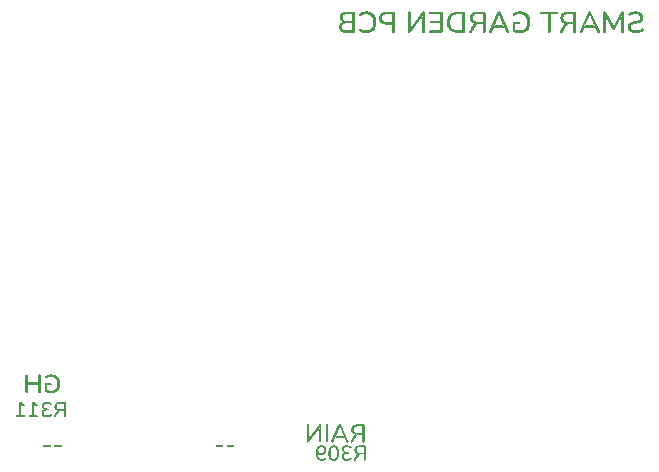
<source format=gbo>
G04*
G04 #@! TF.GenerationSoftware,Altium Limited,Altium Designer,24.1.2 (44)*
G04*
G04 Layer_Color=32896*
%FSLAX44Y44*%
%MOMM*%
G71*
G04*
G04 #@! TF.SameCoordinates,6BD88CD4-1E97-4B61-92EF-30D8DD190105*
G04*
G04*
G04 #@! TF.FilePolarity,Positive*
G04*
G01*
G75*
G36*
X161922Y22069D02*
X162116Y21986D01*
X162255Y21875D01*
X162310Y21847D01*
X162449Y21653D01*
X162532Y21430D01*
X162560Y21264D01*
Y21236D01*
Y21208D01*
X162532Y20958D01*
X162421Y20764D01*
X162338Y20625D01*
X162310Y20570D01*
X162088Y20431D01*
X161866Y20348D01*
X161699Y20320D01*
X156869D01*
X156591Y20348D01*
X156397Y20459D01*
X156286Y20542D01*
X156230Y20570D01*
X156091Y20792D01*
X156008Y20986D01*
X155980Y21153D01*
Y21181D01*
Y21208D01*
X156008Y21486D01*
X156091Y21680D01*
X156202Y21791D01*
X156230Y21847D01*
X156425Y21986D01*
X156647Y22069D01*
X156813Y22097D01*
X161644D01*
X161922Y22069D01*
D02*
G37*
G36*
X152593D02*
X152788Y21986D01*
X152927Y21875D01*
X152982Y21847D01*
X153121Y21653D01*
X153204Y21430D01*
X153232Y21264D01*
Y21236D01*
Y21208D01*
X153204Y20958D01*
X153093Y20764D01*
X153010Y20625D01*
X152982Y20570D01*
X152760Y20431D01*
X152538Y20348D01*
X152371Y20320D01*
X147541D01*
X147263Y20348D01*
X147069Y20459D01*
X146958Y20542D01*
X146902Y20570D01*
X146763Y20792D01*
X146680Y20986D01*
X146652Y21153D01*
Y21181D01*
Y21208D01*
X146680Y21486D01*
X146763Y21680D01*
X146874Y21791D01*
X146902Y21847D01*
X147097Y21986D01*
X147319Y22069D01*
X147485Y22097D01*
X152316D01*
X152593Y22069D01*
D02*
G37*
G36*
X307971D02*
X308166Y21986D01*
X308305Y21875D01*
X308360Y21847D01*
X308499Y21653D01*
X308582Y21430D01*
X308610Y21264D01*
Y21236D01*
Y21208D01*
X308582Y20958D01*
X308471Y20764D01*
X308388Y20625D01*
X308360Y20570D01*
X308138Y20431D01*
X307916Y20348D01*
X307749Y20320D01*
X302919D01*
X302641Y20348D01*
X302447Y20459D01*
X302336Y20542D01*
X302280Y20570D01*
X302141Y20792D01*
X302058Y20986D01*
X302030Y21153D01*
Y21181D01*
Y21208D01*
X302058Y21486D01*
X302141Y21680D01*
X302253Y21791D01*
X302280Y21847D01*
X302475Y21986D01*
X302697Y22069D01*
X302863Y22097D01*
X307694D01*
X307971Y22069D01*
D02*
G37*
G36*
X298643D02*
X298838Y21986D01*
X298976Y21875D01*
X299032Y21847D01*
X299171Y21653D01*
X299254Y21430D01*
X299282Y21264D01*
Y21236D01*
Y21208D01*
X299254Y20958D01*
X299143Y20764D01*
X299060Y20625D01*
X299032Y20570D01*
X298810Y20431D01*
X298588Y20348D01*
X298421Y20320D01*
X293591D01*
X293313Y20348D01*
X293119Y20459D01*
X293008Y20542D01*
X292952Y20570D01*
X292813Y20792D01*
X292730Y20986D01*
X292702Y21153D01*
Y21181D01*
Y21208D01*
X292730Y21486D01*
X292813Y21680D01*
X292924Y21791D01*
X292952Y21847D01*
X293146Y21986D01*
X293369Y22069D01*
X293535Y22097D01*
X298366D01*
X298643Y22069D01*
D02*
G37*
G36*
X637832Y389073D02*
X638091Y388976D01*
X638285Y388878D01*
X638318Y388814D01*
X638350D01*
X638545Y388522D01*
X638642Y388231D01*
Y388101D01*
X638674Y387972D01*
Y387907D01*
Y387874D01*
Y372103D01*
X638609Y371714D01*
X638512Y371423D01*
X638415Y371261D01*
X638350Y371196D01*
X638059Y371034D01*
X637767Y370937D01*
X637638D01*
X637541Y370905D01*
X637444D01*
X637055Y370937D01*
X636796Y371067D01*
X636634Y371164D01*
X636569Y371196D01*
X636407Y371488D01*
X636310Y371779D01*
X636278Y371909D01*
Y372006D01*
Y372071D01*
Y372103D01*
Y384124D01*
X630934Y374338D01*
X630772Y374111D01*
X630643Y373917D01*
X630513Y373819D01*
X630481Y373787D01*
X630254Y373690D01*
X630060Y373625D01*
X629898Y373593D01*
X629833D01*
X629542Y373625D01*
X629347Y373690D01*
X629218Y373722D01*
X629185Y373755D01*
X629023Y373917D01*
X628894Y374111D01*
X628797Y374273D01*
X628764Y374338D01*
X623421Y384203D01*
Y385219D01*
X622870D01*
X623421Y384203D01*
Y372103D01*
X623388Y371714D01*
X623259Y371423D01*
X623162Y371261D01*
X623129Y371196D01*
X622838Y371034D01*
X622546Y370937D01*
X622417D01*
X622320Y370905D01*
X622223D01*
X621834Y370937D01*
X621575Y371067D01*
X621413Y371164D01*
X621348Y371196D01*
X621186Y371488D01*
X621089Y371779D01*
X621057Y371909D01*
Y372006D01*
Y372071D01*
Y372103D01*
Y387874D01*
X621121Y388296D01*
X621219Y388587D01*
X621316Y388749D01*
X621381Y388814D01*
X621640Y389008D01*
X621899Y389105D01*
X622028Y389137D01*
X622223D01*
X622579Y389105D01*
X622838Y389040D01*
X623000Y388976D01*
X623064Y388943D01*
X623259Y388749D01*
X623421Y388522D01*
X623550Y388328D01*
X623583Y388296D01*
Y388263D01*
X629818Y376614D01*
X636083Y388263D01*
X636278Y388587D01*
X636440Y388781D01*
X636569Y388911D01*
X636634Y388943D01*
X636893Y389073D01*
X637152Y389105D01*
X637346Y389137D01*
X637444D01*
X637832Y389073D01*
D02*
G37*
G36*
X469463D02*
X469754Y388976D01*
X469916Y388846D01*
X469981Y388814D01*
Y388781D01*
X470143Y388490D01*
X470240Y388166D01*
Y388036D01*
X470272Y387907D01*
Y387842D01*
Y387810D01*
Y372135D01*
X470207Y371714D01*
X470110Y371423D01*
X470013Y371261D01*
X469948Y371196D01*
X469657Y371034D01*
X469365Y370937D01*
X469236D01*
X469139Y370905D01*
X469041D01*
X468653Y370937D01*
X468394Y371067D01*
X468232Y371164D01*
X468167Y371196D01*
X467973Y371488D01*
X467876Y371779D01*
X467843Y371909D01*
Y372038D01*
Y372103D01*
Y372135D01*
Y384641D01*
X458031Y371650D01*
X457771Y371390D01*
X457577Y371196D01*
X457448Y371099D01*
X457383Y371067D01*
X457156Y370970D01*
X456897Y370937D01*
X456703Y370905D01*
X456638D01*
X456314Y370937D01*
X456055Y371067D01*
X455926Y371164D01*
X455861Y371196D01*
X455699Y371488D01*
X455602Y371779D01*
X455569Y371909D01*
Y372006D01*
Y372071D01*
Y372103D01*
Y387874D01*
X455634Y388263D01*
X455731Y388555D01*
X455828Y388717D01*
X455893Y388781D01*
X456023Y388911D01*
X456152Y388976D01*
X456444Y389105D01*
X456573D01*
X456703Y389137D01*
X456994D01*
X457189Y389073D01*
X457480Y388976D01*
X457642Y388846D01*
X457707Y388814D01*
Y388781D01*
X457901Y388490D01*
X457998Y388198D01*
Y388069D01*
X458031Y387972D01*
Y387907D01*
Y387874D01*
Y375419D01*
X457383Y374564D01*
X458031D01*
Y375419D01*
X467843Y388360D01*
X468070Y388652D01*
X468264Y388846D01*
X468394Y388943D01*
X468426Y388976D01*
X468620Y389073D01*
X468847Y389105D01*
X469041Y389137D01*
X469301D01*
X469463Y389073D01*
D02*
G37*
G36*
X421079Y389137D02*
X421759Y389073D01*
X422375Y388976D01*
X422925Y388846D01*
X423379Y388717D01*
X423703Y388619D01*
X423832Y388587D01*
X423929Y388555D01*
X423962Y388522D01*
X423994D01*
X424577Y388263D01*
X425095Y387972D01*
X425581Y387680D01*
X425969Y387389D01*
X426293Y387130D01*
X426520Y386903D01*
X426650Y386773D01*
X426714Y386709D01*
X427103Y386255D01*
X427427Y385737D01*
X427718Y385251D01*
X427977Y384798D01*
X428139Y384409D01*
X428301Y384086D01*
X428334Y383956D01*
X428366Y383859D01*
X428398Y383826D01*
Y383794D01*
X428593Y383146D01*
X428722Y382499D01*
X428852Y381851D01*
X428917Y381268D01*
X428949Y380750D01*
Y380555D01*
X428981Y380361D01*
Y380199D01*
Y380102D01*
Y380037D01*
Y380005D01*
X428949Y379001D01*
X428819Y378062D01*
X428657Y377220D01*
X428560Y376831D01*
X428463Y376507D01*
X428398Y376184D01*
X428301Y375924D01*
X428204Y375698D01*
X428139Y375471D01*
X428074Y375341D01*
X428010Y375212D01*
X427977Y375147D01*
Y375115D01*
X427556Y374370D01*
X427071Y373755D01*
X426585Y373204D01*
X426099Y372751D01*
X425678Y372394D01*
X425322Y372135D01*
X425192Y372071D01*
X425095Y372006D01*
X425030Y371941D01*
X424998D01*
X424253Y371585D01*
X423443Y371293D01*
X422666Y371099D01*
X421921Y370970D01*
X421598Y370937D01*
X421306Y370905D01*
X421015Y370872D01*
X420788D01*
X420593Y370840D01*
X420334D01*
X419784Y370872D01*
X419233Y370905D01*
X418748Y370970D01*
X418294Y371067D01*
X417906Y371132D01*
X417646Y371196D01*
X417452Y371229D01*
X417387Y371261D01*
X416869Y371423D01*
X416416Y371650D01*
X415995Y371844D01*
X415606Y372038D01*
X415315Y372233D01*
X415121Y372394D01*
X414958Y372492D01*
X414926Y372524D01*
X414700Y372718D01*
X414538Y372945D01*
X414473Y373075D01*
X414440Y373139D01*
X414376Y373431D01*
Y373657D01*
X414408Y373787D01*
Y373852D01*
X414473Y374078D01*
X414602Y374273D01*
X414700Y374402D01*
X414732Y374435D01*
X414926Y374564D01*
X415153Y374629D01*
X415315Y374661D01*
X415379D01*
X415671Y374629D01*
X415930Y374564D01*
X416124Y374467D01*
X416157Y374435D01*
X416189D01*
X416869Y374014D01*
X417193Y373852D01*
X417485Y373722D01*
X417744Y373593D01*
X417970Y373528D01*
X418100Y373496D01*
X418132Y373463D01*
X418909Y373301D01*
X419266Y373237D01*
X419590Y373204D01*
X419881D01*
X420075Y373172D01*
X420270D01*
X420982Y373204D01*
X421598Y373301D01*
X422148Y373431D01*
X422634Y373560D01*
X423022Y373690D01*
X423314Y373819D01*
X423476Y373917D01*
X423541Y373949D01*
X423994Y374273D01*
X424415Y374661D01*
X424739Y375050D01*
X425030Y375406D01*
X425257Y375762D01*
X425419Y376022D01*
X425516Y376216D01*
X425548Y376248D01*
Y376281D01*
X425775Y376896D01*
X425937Y377511D01*
X426067Y378159D01*
X426131Y378742D01*
X426196Y379228D01*
Y379454D01*
X426228Y379649D01*
Y379811D01*
Y379908D01*
Y379973D01*
Y380005D01*
X426196Y380782D01*
X426131Y381527D01*
X426002Y382142D01*
X425872Y382693D01*
X425775Y383146D01*
X425646Y383470D01*
X425613Y383567D01*
X425581Y383665D01*
X425548Y383697D01*
Y383729D01*
X425257Y384280D01*
X424933Y384733D01*
X424609Y385122D01*
X424285Y385446D01*
X423994Y385705D01*
X423767Y385899D01*
X423605Y385996D01*
X423541Y386029D01*
X423022Y386288D01*
X422472Y386482D01*
X421921Y386644D01*
X421403Y386741D01*
X420950Y386806D01*
X420593Y386838D01*
X420270D01*
X419460Y386773D01*
X419104Y386741D01*
X418812Y386676D01*
X418553Y386612D01*
X418327Y386579D01*
X418197Y386514D01*
X418165D01*
X417776Y386385D01*
X417420Y386255D01*
X417128Y386093D01*
X416837Y385964D01*
X416610Y385834D01*
X416448Y385705D01*
X416319Y385640D01*
X416286Y385608D01*
X416124Y385510D01*
X415962Y385413D01*
X415703Y385349D01*
X415509Y385316D01*
X415444D01*
X415185Y385381D01*
X414958Y385446D01*
X414829Y385543D01*
X414797Y385575D01*
X414635Y385770D01*
X414505Y385996D01*
X414473Y386126D01*
X414440Y386190D01*
X414408Y386450D01*
X414440Y386709D01*
X414473Y386871D01*
X414505Y386903D01*
Y386935D01*
X414635Y387194D01*
X414829Y387421D01*
X414991Y387551D01*
X415023Y387615D01*
X415056D01*
X415444Y387874D01*
X415865Y388101D01*
X416286Y388296D01*
X416642Y388457D01*
X416999Y388587D01*
X417258Y388684D01*
X417420Y388717D01*
X417452Y388749D01*
X417485D01*
X418003Y388878D01*
X418489Y389008D01*
X418974Y389073D01*
X419428Y389105D01*
X419784Y389137D01*
X420075Y389170D01*
X420334D01*
X421079Y389137D01*
D02*
G37*
G36*
X551299D02*
X552012Y389073D01*
X552627Y388976D01*
X553178Y388846D01*
X553631Y388717D01*
X553987Y388619D01*
X554117Y388587D01*
X554214Y388555D01*
X554246Y388522D01*
X554279D01*
X554862Y388263D01*
X555380Y387972D01*
X555866Y387680D01*
X556254Y387389D01*
X556578Y387130D01*
X556837Y386903D01*
X556967Y386773D01*
X557032Y386709D01*
X557420Y386255D01*
X557776Y385737D01*
X558068Y385251D01*
X558327Y384798D01*
X558521Y384409D01*
X558651Y384086D01*
X558716Y383956D01*
X558748Y383859D01*
X558780Y383826D01*
Y383794D01*
X558975Y383146D01*
X559104Y382499D01*
X559234Y381851D01*
X559299Y381268D01*
X559331Y380750D01*
Y380523D01*
X559363Y380329D01*
Y380167D01*
Y380070D01*
Y380005D01*
Y379973D01*
X559331Y378969D01*
X559201Y378030D01*
X559039Y377188D01*
X558942Y376799D01*
X558845Y376475D01*
X558780Y376151D01*
X558683Y375892D01*
X558586Y375665D01*
X558521Y375439D01*
X558456Y375309D01*
X558392Y375180D01*
X558359Y375115D01*
Y375082D01*
X557938Y374370D01*
X557453Y373722D01*
X556934Y373204D01*
X556449Y372751D01*
X555995Y372394D01*
X555639Y372135D01*
X555509Y372071D01*
X555412Y372006D01*
X555348Y371941D01*
X555315D01*
X554538Y371585D01*
X553696Y371293D01*
X552854Y371099D01*
X552077Y370970D01*
X551720Y370937D01*
X551396Y370905D01*
X551105Y370872D01*
X550846D01*
X550652Y370840D01*
X550360D01*
X549324Y370872D01*
X548838Y370937D01*
X548417Y370970D01*
X548028Y371034D01*
X547769Y371067D01*
X547575Y371099D01*
X547510D01*
X546960Y371196D01*
X546474Y371326D01*
X546053Y371423D01*
X545664Y371553D01*
X545373Y371617D01*
X545146Y371714D01*
X544984Y371747D01*
X544952Y371779D01*
X544693Y371909D01*
X544531Y372071D01*
X544434Y372200D01*
X544401Y372265D01*
X544304Y372524D01*
X544272Y372783D01*
X544239Y372977D01*
Y373010D01*
Y373042D01*
Y379422D01*
X544272Y379778D01*
X544369Y380037D01*
X544498Y380199D01*
X544531Y380232D01*
X544758Y380394D01*
X545017Y380491D01*
X545211Y380523D01*
X549712D01*
X550069Y380491D01*
X550295Y380394D01*
X550457Y380296D01*
X550522Y380264D01*
X550684Y380070D01*
X550781Y379811D01*
X550814Y379616D01*
Y379584D01*
Y379552D01*
X550781Y379228D01*
X550652Y379001D01*
X550555Y378871D01*
X550522Y378807D01*
X550263Y378645D01*
X550004Y378580D01*
X549810Y378548D01*
X546442D01*
Y373746D01*
X546668Y373657D01*
X547025Y373560D01*
X547348Y373463D01*
X547640Y373398D01*
X547834Y373334D01*
X547964Y373301D01*
X548028D01*
X548838Y373204D01*
X549227Y373139D01*
X549551D01*
X549842Y373107D01*
X550263D01*
X550846Y373139D01*
X551364Y373172D01*
X551882Y373269D01*
X552336Y373366D01*
X552757Y373528D01*
X553178Y373657D01*
X553502Y373819D01*
X553825Y373981D01*
X554117Y374143D01*
X554344Y374305D01*
X554570Y374467D01*
X554732Y374597D01*
X554862Y374694D01*
X554959Y374791D01*
X554991Y374823D01*
X555024Y374856D01*
X555315Y375212D01*
X555542Y375568D01*
X555769Y375989D01*
X555930Y376410D01*
X556222Y377252D01*
X556416Y378062D01*
X556481Y378451D01*
X556513Y378807D01*
X556546Y379131D01*
X556578Y379422D01*
X556610Y379649D01*
Y379811D01*
Y379940D01*
Y379973D01*
X556578Y380750D01*
X556513Y381495D01*
X556384Y382110D01*
X556254Y382660D01*
X556157Y383114D01*
X556028Y383438D01*
X555995Y383535D01*
X555963Y383632D01*
X555930Y383665D01*
Y383697D01*
X555639Y384247D01*
X555315Y384733D01*
X554991Y385122D01*
X554667Y385478D01*
X554344Y385737D01*
X554117Y385899D01*
X553955Y386029D01*
X553890Y386061D01*
X553340Y386320D01*
X552789Y386514D01*
X552239Y386676D01*
X551720Y386773D01*
X551235Y386838D01*
X550878Y386871D01*
X550069D01*
X549615Y386806D01*
X549227Y386773D01*
X548871Y386709D01*
X548579Y386644D01*
X548352Y386612D01*
X548190Y386547D01*
X548158D01*
X547737Y386417D01*
X547348Y386255D01*
X546992Y386093D01*
X546701Y385931D01*
X546442Y385770D01*
X546215Y385640D01*
X546085Y385575D01*
X546053Y385543D01*
X545761Y385413D01*
X545535Y385349D01*
X545373Y385316D01*
X545308D01*
X545081Y385381D01*
X544887Y385510D01*
X544758Y385608D01*
X544725Y385640D01*
X544563Y385834D01*
X544466Y386029D01*
X544434Y386158D01*
X544401Y386223D01*
X544369Y386482D01*
Y386709D01*
X544401Y386838D01*
Y386903D01*
X544498Y387162D01*
X544660Y387356D01*
X544790Y387486D01*
X544822Y387518D01*
X544855D01*
X545308Y387810D01*
X545794Y388101D01*
X546247Y388296D01*
X546668Y388490D01*
X547025Y388619D01*
X547316Y388717D01*
X547510Y388749D01*
X547543Y388781D01*
X547575D01*
X548126Y388911D01*
X548644Y389008D01*
X549162Y389073D01*
X549615Y389137D01*
X550004D01*
X550295Y389170D01*
X550555D01*
X551299Y389137D01*
D02*
G37*
G36*
X503337Y388878D02*
X503661Y388749D01*
X503791Y388684D01*
X503888Y388619D01*
X503920Y388587D01*
X503952Y388555D01*
X504082Y388393D01*
X504147Y388231D01*
X504276Y387907D01*
Y387745D01*
X504309Y387615D01*
Y387551D01*
Y387518D01*
Y372459D01*
X504276Y372233D01*
X504244Y372006D01*
X504114Y371682D01*
X504050Y371585D01*
X504017Y371488D01*
X503952Y371455D01*
Y371423D01*
X503791Y371293D01*
X503629Y371229D01*
X503272Y371099D01*
X503111D01*
X502981Y371067D01*
X497994D01*
X497184Y371099D01*
X496439Y371164D01*
X495759Y371261D01*
X495209Y371358D01*
X494723Y371455D01*
X494529Y371520D01*
X494367Y371553D01*
X494237Y371585D01*
X494140Y371617D01*
X494108Y371650D01*
X494075D01*
X493460Y371876D01*
X492909Y372168D01*
X492423Y372459D01*
X492002Y372718D01*
X491646Y372977D01*
X491387Y373172D01*
X491258Y373301D01*
X491193Y373366D01*
X490772Y373819D01*
X490416Y374273D01*
X490092Y374759D01*
X489833Y375212D01*
X489638Y375601D01*
X489509Y375892D01*
X489444Y376022D01*
X489412Y376119D01*
X489379Y376151D01*
Y376184D01*
X489185Y376831D01*
X489023Y377479D01*
X488926Y378127D01*
X488829Y378742D01*
X488796Y379228D01*
Y379454D01*
X488764Y379649D01*
Y379811D01*
Y379908D01*
Y379973D01*
Y380005D01*
X488796Y380782D01*
X488861Y381527D01*
X488991Y382239D01*
X489153Y382887D01*
X489314Y383470D01*
X489541Y384021D01*
X489735Y384506D01*
X489962Y384960D01*
X490189Y385349D01*
X490416Y385705D01*
X490642Y385964D01*
X490804Y386223D01*
X490966Y386417D01*
X491096Y386547D01*
X491160Y386612D01*
X491193Y386644D01*
X491679Y387065D01*
X492164Y387389D01*
X492715Y387713D01*
X493265Y387972D01*
X493816Y388198D01*
X494399Y388393D01*
X494949Y388522D01*
X495500Y388652D01*
X495986Y388749D01*
X496472Y388814D01*
X496893Y388878D01*
X497281Y388911D01*
X497573Y388943D01*
X503111D01*
X503337Y388878D01*
D02*
G37*
G36*
X484262D02*
X484586Y388749D01*
X484716Y388684D01*
X484813Y388619D01*
X484845Y388587D01*
X484878Y388555D01*
X485007Y388393D01*
X485072Y388231D01*
X485202Y387907D01*
Y387745D01*
X485234Y387615D01*
Y387551D01*
Y387518D01*
Y372459D01*
X485202Y372233D01*
X485169Y372006D01*
X485040Y371682D01*
X484975Y371585D01*
X484943Y371488D01*
X484878Y371455D01*
Y371423D01*
X484716Y371293D01*
X484554Y371229D01*
X484198Y371099D01*
X484036D01*
X483906Y371067D01*
X474547D01*
X474191Y371099D01*
X473932Y371196D01*
X473802Y371293D01*
X473737Y371326D01*
X473575Y371553D01*
X473478Y371811D01*
X473446Y372006D01*
Y372071D01*
Y372103D01*
X473478Y372459D01*
X473575Y372686D01*
X473705Y372848D01*
X473737Y372880D01*
X473996Y373042D01*
X474255Y373139D01*
X474450Y373172D01*
X482708D01*
Y379066D01*
X475098D01*
X474741Y379098D01*
X474482Y379195D01*
X474320Y379292D01*
X474288Y379325D01*
X474126Y379584D01*
X474061Y379843D01*
X474029Y380037D01*
Y380102D01*
Y380135D01*
X474061Y380491D01*
X474158Y380717D01*
X474255Y380879D01*
X474288Y380912D01*
X474515Y381074D01*
X474774Y381171D01*
X475000Y381203D01*
X482708D01*
Y386806D01*
X474547D01*
X474191Y386838D01*
X473932Y386968D01*
X473802Y387065D01*
X473737Y387097D01*
X473575Y387356D01*
X473478Y387615D01*
X473446Y387810D01*
Y387874D01*
Y387907D01*
X473478Y388263D01*
X473575Y388490D01*
X473705Y388652D01*
X473737Y388684D01*
X473996Y388846D01*
X474255Y388911D01*
X474450Y388943D01*
X484036D01*
X484262Y388878D01*
D02*
G37*
G36*
X410230D02*
X410554Y388749D01*
X410684Y388684D01*
X410781Y388619D01*
X410813Y388587D01*
X410846Y388555D01*
X410975Y388393D01*
X411040Y388231D01*
X411170Y387907D01*
Y387745D01*
X411202Y387615D01*
Y387551D01*
Y387518D01*
Y372459D01*
X411170Y372233D01*
X411137Y372006D01*
X411008Y371682D01*
X410943Y371585D01*
X410910Y371488D01*
X410846Y371455D01*
Y371423D01*
X410684Y371293D01*
X410522Y371229D01*
X410165Y371099D01*
X410004D01*
X409874Y371067D01*
X403429D01*
X402425Y371132D01*
X401551Y371261D01*
X401130Y371358D01*
X400774Y371455D01*
X400450Y371585D01*
X400159Y371714D01*
X399899Y371811D01*
X399673Y371941D01*
X399478Y372038D01*
X399317Y372135D01*
X399187Y372200D01*
X399090Y372265D01*
X399058Y372330D01*
X399025D01*
X398734Y372589D01*
X398507Y372848D01*
X398280Y373139D01*
X398118Y373463D01*
X397827Y374046D01*
X397633Y374661D01*
X397535Y375180D01*
X397471Y375406D01*
Y375601D01*
X397438Y375762D01*
Y375892D01*
Y375957D01*
Y375989D01*
X397471Y376669D01*
X397600Y377252D01*
X397762Y377770D01*
X397956Y378191D01*
X398183Y378548D01*
X398345Y378807D01*
X398475Y378936D01*
X398507Y379001D01*
X398928Y379390D01*
X399414Y379714D01*
X399899Y379973D01*
X400385Y380167D01*
X400714Y380268D01*
X400353Y380426D01*
X399899Y380685D01*
X399543Y380944D01*
X399252Y381171D01*
X399025Y381365D01*
X398896Y381495D01*
X398863Y381527D01*
X398539Y381980D01*
X398313Y382434D01*
X398118Y382887D01*
X398021Y383341D01*
X397956Y383697D01*
X397892Y384021D01*
Y384215D01*
Y384247D01*
Y384280D01*
X397924Y384798D01*
X397989Y385284D01*
X398118Y385705D01*
X398248Y386061D01*
X398377Y386385D01*
X398507Y386579D01*
X398572Y386741D01*
X398604Y386773D01*
X398896Y387162D01*
X399187Y387486D01*
X399511Y387745D01*
X399835Y387972D01*
X400126Y388166D01*
X400353Y388296D01*
X400515Y388360D01*
X400580Y388393D01*
X401098Y388587D01*
X401616Y388717D01*
X402166Y388814D01*
X402652Y388878D01*
X403106Y388911D01*
X403429Y388943D01*
X410004D01*
X410230Y388878D01*
D02*
G37*
G36*
X609916Y389105D02*
X610175Y389008D01*
X610370Y388911D01*
X610402Y388878D01*
X610434D01*
X610564Y388781D01*
X610694Y388619D01*
X610888Y388360D01*
X610985Y388198D01*
X611050Y388101D01*
X611082Y388036D01*
Y388004D01*
X617980Y372589D01*
X618077Y372233D01*
X618142Y371973D01*
Y371779D01*
Y371747D01*
Y371714D01*
X618045Y371455D01*
X617948Y371261D01*
X617818Y371132D01*
X617786Y371099D01*
X617527Y371002D01*
X617235Y370937D01*
X617041Y370905D01*
X616944D01*
X616620Y370937D01*
X616361Y371034D01*
X616231Y371099D01*
X616166Y371132D01*
X616037Y371229D01*
X615940Y371390D01*
X615746Y371682D01*
X615681Y371811D01*
X615616Y371909D01*
X615584Y371973D01*
Y372006D01*
X614138Y375406D01*
X615001D01*
X613835Y376119D01*
X614138Y375406D01*
X605074D01*
X605382Y376119D01*
X604184Y375406D01*
X605074D01*
X603601Y372006D01*
X603407Y371617D01*
X603213Y371358D01*
X603083Y371229D01*
X603018Y371164D01*
X602727Y371002D01*
X602435Y370937D01*
X602306Y370905D01*
X602111D01*
X601788Y370937D01*
X601561Y371002D01*
X601399Y371067D01*
X601367Y371099D01*
X601172Y371261D01*
X601075Y371455D01*
X601010Y371617D01*
Y371682D01*
Y372006D01*
X601075Y372297D01*
X601107Y372427D01*
X601140Y372492D01*
X601172Y372556D01*
Y372589D01*
X608070Y388004D01*
X608167Y388231D01*
X608265Y388393D01*
X608491Y388684D01*
X608653Y388814D01*
X608686Y388878D01*
X608718D01*
X609009Y389040D01*
X609268Y389105D01*
X609495Y389137D01*
X609560D01*
X609916Y389105D01*
D02*
G37*
G36*
X597254Y388878D02*
X597545Y388781D01*
X597739Y388652D01*
X597772Y388619D01*
X597804Y388587D01*
X597934Y388457D01*
X597999Y388296D01*
X598128Y387972D01*
Y387842D01*
X598161Y387713D01*
Y387648D01*
Y387615D01*
Y372233D01*
X598096Y371811D01*
X597999Y371488D01*
X597901Y371293D01*
X597837Y371261D01*
Y371229D01*
X597513Y371034D01*
X597189Y370937D01*
X597059D01*
X596930Y370905D01*
X596833D01*
X596412Y370970D01*
X596088Y371067D01*
X595926Y371164D01*
X595861Y371229D01*
X595667Y371553D01*
X595570Y371876D01*
X595537Y372006D01*
Y372135D01*
Y372200D01*
Y372233D01*
Y378451D01*
X592266D01*
X591910Y378386D01*
X591619Y378353D01*
X591360Y378288D01*
X591133Y378224D01*
X591003Y378159D01*
X590906Y378127D01*
X590874Y378094D01*
X590615Y377932D01*
X590388Y377738D01*
X590161Y377511D01*
X590000Y377285D01*
X589837Y377090D01*
X589740Y376928D01*
X589676Y376799D01*
X589643Y376767D01*
X586955Y371844D01*
X586761Y371520D01*
X586567Y371293D01*
X586437Y371164D01*
X586372Y371132D01*
X586081Y371002D01*
X585757Y370937D01*
X585628Y370905D01*
X585433D01*
X585077Y370937D01*
X584818Y371034D01*
X584688Y371099D01*
X584623Y371132D01*
X584462Y371358D01*
X584365Y371585D01*
X584332Y371747D01*
Y371779D01*
Y371811D01*
X584365Y372135D01*
X584429Y372394D01*
X584526Y372621D01*
X584559Y372654D01*
Y372686D01*
X586729Y376734D01*
X586955Y377123D01*
X587214Y377479D01*
X587441Y377738D01*
X587635Y377965D01*
X587830Y378127D01*
X587959Y378256D01*
X588056Y378321D01*
X588089Y378353D01*
X588380Y378515D01*
X588672Y378645D01*
X588866Y378710D01*
X588413Y378839D01*
X588024Y378936D01*
X587733Y379033D01*
X587571Y379098D01*
X587506Y379131D01*
X587020Y379390D01*
X586599Y379681D01*
X586243Y379973D01*
X585951Y380264D01*
X585725Y380523D01*
X585563Y380717D01*
X585466Y380847D01*
X585433Y380912D01*
X585206Y381365D01*
X585012Y381851D01*
X584883Y382304D01*
X584818Y382758D01*
X584753Y383114D01*
X584721Y383438D01*
Y383632D01*
Y383665D01*
Y383697D01*
X584753Y384150D01*
X584785Y384604D01*
X584980Y385381D01*
X585206Y386029D01*
X585498Y386579D01*
X585789Y387033D01*
X586049Y387324D01*
X586243Y387518D01*
X586275Y387583D01*
X586308D01*
X586955Y388036D01*
X587668Y388360D01*
X588380Y388619D01*
X589093Y388781D01*
X589740Y388878D01*
X590032Y388911D01*
X590258D01*
X590453Y388943D01*
X597059D01*
X597254Y388878D01*
D02*
G37*
G36*
X582357Y388911D02*
X582583Y388814D01*
X582745Y388684D01*
X582810Y388652D01*
X582972Y388425D01*
X583069Y388166D01*
X583101Y387972D01*
Y387907D01*
Y387874D01*
X583069Y387518D01*
X582939Y387259D01*
X582842Y387097D01*
X582810Y387033D01*
X582551Y386871D01*
X582292Y386773D01*
X582098Y386741D01*
X576592D01*
Y372233D01*
X576527Y371811D01*
X576430Y371488D01*
X576333Y371293D01*
X576268Y371261D01*
Y371229D01*
X575977Y371034D01*
X575653Y370937D01*
X575523D01*
X575394Y370905D01*
X575070D01*
X574843Y370970D01*
X574681Y371002D01*
X574552Y371067D01*
X574390Y371164D01*
X574325Y371229D01*
X574131Y371553D01*
X574034Y371876D01*
X574001Y372006D01*
Y372135D01*
Y372200D01*
Y372233D01*
Y386741D01*
X568593D01*
X568237Y386773D01*
X567978Y386903D01*
X567816Y387000D01*
X567751Y387033D01*
X567557Y387292D01*
X567459Y387551D01*
X567427Y387680D01*
Y387777D01*
Y387842D01*
Y387874D01*
X567492Y388231D01*
X567589Y388457D01*
X567686Y388619D01*
X567751Y388652D01*
X568010Y388814D01*
X568269Y388911D01*
X568399Y388943D01*
X582000D01*
X582357Y388911D01*
D02*
G37*
G36*
X533261Y389105D02*
X533520Y389008D01*
X533714Y388911D01*
X533747Y388878D01*
X533779D01*
X533909Y388781D01*
X534038Y388619D01*
X534232Y388360D01*
X534330Y388198D01*
X534394Y388101D01*
X534427Y388036D01*
Y388004D01*
X541325Y372589D01*
X541422Y372233D01*
X541487Y371973D01*
Y371779D01*
Y371747D01*
Y371714D01*
X541390Y371455D01*
X541292Y371261D01*
X541163Y371132D01*
X541130Y371099D01*
X540871Y371002D01*
X540580Y370937D01*
X540386Y370905D01*
X540289D01*
X539965Y370937D01*
X539706Y371034D01*
X539576Y371099D01*
X539511Y371132D01*
X539382Y371229D01*
X539285Y371390D01*
X539090Y371682D01*
X539025Y371811D01*
X538961Y371909D01*
X538928Y371973D01*
Y372006D01*
X537482Y375406D01*
X538345D01*
X537179Y376119D01*
X537482Y375406D01*
X528419D01*
X528727Y376119D01*
X527529Y375406D01*
X528419D01*
X526946Y372006D01*
X526752Y371617D01*
X526557Y371358D01*
X526428Y371229D01*
X526363Y371164D01*
X526072Y371002D01*
X525780Y370937D01*
X525650Y370905D01*
X525456D01*
X525132Y370937D01*
X524906Y371002D01*
X524744Y371067D01*
X524711Y371099D01*
X524517Y371261D01*
X524420Y371455D01*
X524355Y371617D01*
Y371682D01*
Y372006D01*
X524420Y372297D01*
X524452Y372427D01*
X524485Y372492D01*
X524517Y372556D01*
Y372589D01*
X531415Y388004D01*
X531512Y388231D01*
X531609Y388393D01*
X531836Y388684D01*
X531998Y388814D01*
X532030Y388878D01*
X532063D01*
X532354Y389040D01*
X532613Y389105D01*
X532840Y389137D01*
X532905D01*
X533261Y389105D01*
D02*
G37*
G36*
X520598Y388878D02*
X520890Y388781D01*
X521084Y388652D01*
X521117Y388619D01*
X521149Y388587D01*
X521278Y388457D01*
X521343Y388296D01*
X521473Y387972D01*
Y387842D01*
X521505Y387713D01*
Y387648D01*
Y387615D01*
Y372233D01*
X521440Y371811D01*
X521343Y371488D01*
X521246Y371293D01*
X521181Y371261D01*
Y371229D01*
X520858Y371034D01*
X520534Y370937D01*
X520404D01*
X520275Y370905D01*
X520177D01*
X519756Y370970D01*
X519432Y371067D01*
X519271Y371164D01*
X519206Y371229D01*
X519011Y371553D01*
X518914Y371876D01*
X518882Y372006D01*
Y372135D01*
Y372200D01*
Y372233D01*
Y378451D01*
X515611D01*
X515255Y378386D01*
X514963Y378353D01*
X514704Y378288D01*
X514478Y378224D01*
X514348Y378159D01*
X514251Y378127D01*
X514219Y378094D01*
X513960Y377932D01*
X513733Y377738D01*
X513506Y377511D01*
X513344Y377285D01*
X513182Y377090D01*
X513085Y376928D01*
X513020Y376799D01*
X512988Y376767D01*
X510300Y371844D01*
X510106Y371520D01*
X509911Y371293D01*
X509782Y371164D01*
X509717Y371132D01*
X509426Y371002D01*
X509102Y370937D01*
X508972Y370905D01*
X508778D01*
X508422Y370937D01*
X508163Y371034D01*
X508033Y371099D01*
X507968Y371132D01*
X507806Y371358D01*
X507709Y371585D01*
X507677Y371747D01*
Y371779D01*
Y371811D01*
X507709Y372135D01*
X507774Y372394D01*
X507871Y372621D01*
X507904Y372654D01*
Y372686D01*
X510073Y376734D01*
X510300Y377123D01*
X510559Y377479D01*
X510786Y377738D01*
X510980Y377965D01*
X511174Y378127D01*
X511304Y378256D01*
X511401Y378321D01*
X511433Y378353D01*
X511725Y378515D01*
X512016Y378645D01*
X512211Y378710D01*
X511757Y378839D01*
X511369Y378936D01*
X511077Y379033D01*
X510915Y379098D01*
X510850Y379131D01*
X510365Y379390D01*
X509944Y379681D01*
X509588Y379973D01*
X509296Y380264D01*
X509069Y380523D01*
X508907Y380717D01*
X508810Y380847D01*
X508778Y380912D01*
X508551Y381365D01*
X508357Y381851D01*
X508227Y382304D01*
X508163Y382758D01*
X508098Y383114D01*
X508065Y383438D01*
Y383632D01*
Y383665D01*
Y383697D01*
X508098Y384150D01*
X508130Y384604D01*
X508325Y385381D01*
X508551Y386029D01*
X508843Y386579D01*
X509134Y387033D01*
X509393Y387324D01*
X509588Y387518D01*
X509620Y387583D01*
X509652D01*
X510300Y388036D01*
X511012Y388360D01*
X511725Y388619D01*
X512437Y388781D01*
X513085Y388878D01*
X513377Y388911D01*
X513603D01*
X513797Y388943D01*
X520404D01*
X520598Y388878D01*
D02*
G37*
G36*
X443781D02*
X444073Y388781D01*
X444267Y388652D01*
X444299Y388619D01*
X444332Y388587D01*
X444461Y388457D01*
X444526Y388296D01*
X444656Y387972D01*
Y387842D01*
X444688Y387713D01*
Y387648D01*
Y387615D01*
Y372233D01*
X444623Y371811D01*
X444526Y371488D01*
X444429Y371293D01*
X444364Y371261D01*
Y371229D01*
X444040Y371034D01*
X443716Y370937D01*
X443587D01*
X443457Y370905D01*
X443360D01*
X442939Y370970D01*
X442615Y371067D01*
X442453Y371164D01*
X442389Y371229D01*
X442194Y371553D01*
X442097Y371876D01*
X442065Y372006D01*
Y372135D01*
Y372200D01*
Y372233D01*
Y377997D01*
X437272D01*
X436754Y378030D01*
X436268Y378062D01*
X435782Y378127D01*
X435361Y378224D01*
X434972Y378321D01*
X434616Y378451D01*
X434260Y378580D01*
X433969Y378710D01*
X433709Y378839D01*
X433483Y378969D01*
X433288Y379098D01*
X433126Y379195D01*
X432997Y379292D01*
X432900Y379357D01*
X432867Y379422D01*
X432835D01*
X432544Y379714D01*
X432317Y380005D01*
X432090Y380329D01*
X431928Y380685D01*
X431637Y381365D01*
X431442Y382013D01*
X431345Y382596D01*
X431281Y382855D01*
Y383082D01*
X431248Y383243D01*
Y383373D01*
Y383470D01*
Y383503D01*
X431281Y383988D01*
X431313Y384409D01*
X431507Y385219D01*
X431734Y385899D01*
X432025Y386482D01*
X432317Y386935D01*
X432576Y387259D01*
X432673Y387356D01*
X432770Y387453D01*
X432803Y387518D01*
X432835D01*
X433126Y387777D01*
X433483Y388004D01*
X434195Y388328D01*
X434908Y388587D01*
X435620Y388781D01*
X436268Y388878D01*
X436559Y388911D01*
X436786D01*
X436980Y388943D01*
X443587D01*
X443781Y388878D01*
D02*
G37*
G36*
X649329Y389105D02*
X649815Y389040D01*
X650203Y388976D01*
X650559Y388911D01*
X650786Y388846D01*
X650948Y388814D01*
X651013Y388781D01*
X651466Y388619D01*
X651855Y388457D01*
X652243Y388263D01*
X652535Y388101D01*
X652794Y387939D01*
X652988Y387810D01*
X653118Y387713D01*
X653150Y387680D01*
X653474Y387389D01*
X653733Y387097D01*
X653960Y386838D01*
X654186Y386547D01*
X654316Y386320D01*
X654446Y386126D01*
X654510Y385996D01*
X654543Y385964D01*
X654705Y385608D01*
X654834Y385219D01*
X654899Y384863D01*
X654964Y384506D01*
X654996Y384215D01*
X655029Y383988D01*
Y383859D01*
Y383794D01*
X654964Y383082D01*
X654834Y382466D01*
X654672Y381948D01*
X654446Y381495D01*
X654219Y381138D01*
X654057Y380879D01*
X653927Y380717D01*
X653863Y380653D01*
X653377Y380232D01*
X652794Y379908D01*
X652179Y379616D01*
X651596Y379390D01*
X651078Y379195D01*
X650818Y379131D01*
X650624Y379066D01*
X650462Y379033D01*
X650333Y379001D01*
X650268Y378969D01*
X650236D01*
X647548Y378418D01*
X646932Y378288D01*
X646414Y378127D01*
X645993Y377965D01*
X645669Y377803D01*
X645410Y377673D01*
X645216Y377544D01*
X645119Y377479D01*
X645086Y377447D01*
X644827Y377220D01*
X644665Y376961D01*
X644536Y376702D01*
X644439Y376443D01*
X644374Y376216D01*
X644342Y376022D01*
Y375892D01*
Y375860D01*
X644374Y375406D01*
X644503Y375018D01*
X644665Y374661D01*
X644860Y374370D01*
X645054Y374143D01*
X645216Y373949D01*
X645345Y373852D01*
X645378Y373819D01*
X645799Y373560D01*
X646285Y373366D01*
X646835Y373237D01*
X647353Y373139D01*
X647807Y373075D01*
X648195Y373042D01*
X648551D01*
X649102Y373075D01*
X649620Y373107D01*
X650074Y373172D01*
X650495Y373237D01*
X650851Y373301D01*
X651110Y373334D01*
X651272Y373398D01*
X651337D01*
X651790Y373560D01*
X652243Y373722D01*
X652664Y373884D01*
X653021Y374078D01*
X653312Y374208D01*
X653539Y374338D01*
X653668Y374435D01*
X653733Y374467D01*
X653863Y374564D01*
X654025Y374629D01*
X654251Y374694D01*
X654478D01*
X654705Y374629D01*
X654867Y374500D01*
X654996Y374402D01*
X655029Y374370D01*
X655158Y374176D01*
X655255Y373981D01*
X655320Y373819D01*
Y373787D01*
Y373755D01*
Y373528D01*
Y373301D01*
X655288Y373139D01*
X655255Y373107D01*
Y373075D01*
X655093Y372816D01*
X654931Y372621D01*
X654770Y372492D01*
X654705Y372459D01*
X654089Y372071D01*
X653798Y371909D01*
X653539Y371779D01*
X653312Y371682D01*
X653118Y371585D01*
X652988Y371553D01*
X652956Y371520D01*
X652211Y371293D01*
X651855Y371196D01*
X651531Y371132D01*
X651239Y371067D01*
X651045Y371034D01*
X650883Y371002D01*
X650851D01*
X650009Y370905D01*
X649620Y370872D01*
X649264D01*
X648972Y370840D01*
X648551D01*
X647969Y370872D01*
X647450Y370905D01*
X646965Y370970D01*
X646544Y371034D01*
X646220Y371099D01*
X645961Y371132D01*
X645799Y371196D01*
X645734D01*
X645281Y371358D01*
X644860Y371520D01*
X644503Y371682D01*
X644180Y371844D01*
X643953Y372006D01*
X643759Y372135D01*
X643629Y372200D01*
X643597Y372233D01*
X643273Y372524D01*
X642981Y372783D01*
X642755Y373075D01*
X642560Y373334D01*
X642398Y373560D01*
X642301Y373722D01*
X642236Y373852D01*
X642204Y373884D01*
X642042Y374240D01*
X641913Y374629D01*
X641848Y374985D01*
X641783Y375309D01*
X641751Y375601D01*
X641718Y375827D01*
Y375957D01*
Y376022D01*
X641783Y376669D01*
X641913Y377252D01*
X642107Y377770D01*
X642334Y378191D01*
X642593Y378515D01*
X642787Y378774D01*
X642916Y378904D01*
X642981Y378969D01*
X643500Y379357D01*
X644082Y379714D01*
X644698Y380005D01*
X645313Y380232D01*
X645864Y380426D01*
X646123Y380491D01*
X646317Y380555D01*
X646511Y380588D01*
X646641Y380620D01*
X646706Y380653D01*
X646738D01*
X649426Y381203D01*
X649977Y381333D01*
X650462Y381495D01*
X650851Y381657D01*
X651175Y381786D01*
X651434Y381916D01*
X651596Y382045D01*
X651693Y382110D01*
X651725Y382142D01*
X651952Y382401D01*
X652114Y382693D01*
X652243Y382984D01*
X652308Y383243D01*
X652373Y383503D01*
X652405Y383697D01*
Y383826D01*
Y383859D01*
X652373Y384215D01*
X652341Y384506D01*
X652243Y384798D01*
X652146Y385025D01*
X652082Y385219D01*
X651984Y385349D01*
X651952Y385446D01*
X651920Y385478D01*
X651725Y385737D01*
X651499Y385931D01*
X651239Y386126D01*
X651013Y386288D01*
X650818Y386385D01*
X650657Y386482D01*
X650527Y386547D01*
X650495D01*
X650138Y386676D01*
X649750Y386773D01*
X649393Y386838D01*
X649070Y386903D01*
X648778D01*
X648519Y386935D01*
X647871D01*
X647450Y386903D01*
X647062Y386838D01*
X646706Y386806D01*
X646447Y386741D01*
X646220Y386676D01*
X646090Y386644D01*
X646058D01*
X645669Y386514D01*
X645313Y386385D01*
X644957Y386223D01*
X644633Y386061D01*
X644374Y385931D01*
X644180Y385802D01*
X644050Y385737D01*
X644018Y385705D01*
X643726Y385543D01*
X643467Y385478D01*
X643305Y385446D01*
X643240D01*
X643014Y385510D01*
X642819Y385608D01*
X642690Y385705D01*
X642657Y385737D01*
X642528Y385931D01*
X642431Y386093D01*
X642366Y386223D01*
Y386288D01*
X642334Y386514D01*
X642366Y386741D01*
X642398Y386871D01*
X642431Y386935D01*
X642528Y387162D01*
X642690Y387356D01*
X642787Y387486D01*
X642852Y387518D01*
X643273Y387810D01*
X643694Y388069D01*
X644115Y388263D01*
X644503Y388457D01*
X644860Y388587D01*
X645119Y388684D01*
X645281Y388717D01*
X645313Y388749D01*
X645345D01*
X645864Y388878D01*
X646382Y389008D01*
X646900Y389073D01*
X647353Y389105D01*
X647742Y389137D01*
X648033Y389170D01*
X648843D01*
X649329Y389105D01*
D02*
G37*
G36*
X381815Y39705D02*
X382065Y39621D01*
X382204Y39510D01*
X382260Y39483D01*
Y39455D01*
X382398Y39205D01*
X382482Y38927D01*
Y38816D01*
X382509Y38705D01*
Y38650D01*
Y38622D01*
Y25185D01*
X382454Y24824D01*
X382371Y24574D01*
X382287Y24435D01*
X382232Y24380D01*
X381982Y24241D01*
X381732Y24158D01*
X381621D01*
X381538Y24130D01*
X381455D01*
X381121Y24158D01*
X380899Y24269D01*
X380760Y24352D01*
X380705Y24380D01*
X380538Y24630D01*
X380455Y24880D01*
X380427Y24991D01*
Y25102D01*
Y25157D01*
Y25185D01*
Y35906D01*
X372015Y24769D01*
X371793Y24546D01*
X371627Y24380D01*
X371516Y24297D01*
X371460Y24269D01*
X371266Y24186D01*
X371044Y24158D01*
X370877Y24130D01*
X370821D01*
X370544Y24158D01*
X370322Y24269D01*
X370211Y24352D01*
X370155Y24380D01*
X370016Y24630D01*
X369933Y24880D01*
X369905Y24991D01*
Y25074D01*
Y25129D01*
Y25157D01*
Y38677D01*
X369961Y39011D01*
X370044Y39260D01*
X370127Y39399D01*
X370183Y39455D01*
X370294Y39566D01*
X370405Y39621D01*
X370655Y39732D01*
X370766D01*
X370877Y39760D01*
X371127D01*
X371293Y39705D01*
X371543Y39621D01*
X371682Y39510D01*
X371738Y39483D01*
Y39455D01*
X371904Y39205D01*
X371987Y38955D01*
Y38844D01*
X372015Y38761D01*
Y38705D01*
Y38677D01*
Y27999D01*
X380427Y39094D01*
X380622Y39344D01*
X380788Y39510D01*
X380899Y39594D01*
X380927Y39621D01*
X381093Y39705D01*
X381288Y39732D01*
X381455Y39760D01*
X381677D01*
X381815Y39705D01*
D02*
G37*
G36*
X418323Y39538D02*
X418573Y39455D01*
X418739Y39344D01*
X418767Y39316D01*
X418795Y39288D01*
X418906Y39177D01*
X418961Y39038D01*
X419072Y38761D01*
Y38650D01*
X419100Y38539D01*
Y38483D01*
Y38455D01*
Y25268D01*
X419044Y24907D01*
X418961Y24630D01*
X418878Y24463D01*
X418822Y24435D01*
Y24408D01*
X418545Y24241D01*
X418267Y24158D01*
X418156D01*
X418045Y24130D01*
X417962D01*
X417601Y24186D01*
X417323Y24269D01*
X417184Y24352D01*
X417129Y24408D01*
X416962Y24685D01*
X416879Y24963D01*
X416851Y25074D01*
Y25185D01*
Y25240D01*
Y25268D01*
Y30599D01*
X414047D01*
X413742Y30543D01*
X413492Y30515D01*
X413270Y30460D01*
X413076Y30404D01*
X412965Y30349D01*
X412881Y30321D01*
X412854Y30293D01*
X412631Y30154D01*
X412437Y29988D01*
X412243Y29794D01*
X412104Y29599D01*
X411965Y29433D01*
X411882Y29294D01*
X411826Y29183D01*
X411799Y29155D01*
X409494Y24935D01*
X409328Y24657D01*
X409161Y24463D01*
X409050Y24352D01*
X408995Y24324D01*
X408745Y24213D01*
X408467Y24158D01*
X408356Y24130D01*
X408190D01*
X407884Y24158D01*
X407662Y24241D01*
X407551Y24297D01*
X407495Y24324D01*
X407357Y24519D01*
X407273Y24713D01*
X407245Y24852D01*
Y24880D01*
Y24907D01*
X407273Y25185D01*
X407329Y25407D01*
X407412Y25601D01*
X407440Y25629D01*
Y25657D01*
X409300Y29127D01*
X409494Y29460D01*
X409716Y29766D01*
X409911Y29988D01*
X410077Y30182D01*
X410244Y30321D01*
X410355Y30432D01*
X410438Y30487D01*
X410466Y30515D01*
X410716Y30654D01*
X410966Y30765D01*
X411132Y30821D01*
X410744Y30932D01*
X410410Y31015D01*
X410161Y31098D01*
X410022Y31154D01*
X409966Y31182D01*
X409550Y31404D01*
X409189Y31654D01*
X408884Y31903D01*
X408634Y32153D01*
X408439Y32375D01*
X408301Y32542D01*
X408217Y32653D01*
X408190Y32708D01*
X407995Y33097D01*
X407828Y33514D01*
X407718Y33902D01*
X407662Y34291D01*
X407606Y34596D01*
X407579Y34874D01*
Y35041D01*
Y35068D01*
Y35096D01*
X407606Y35485D01*
X407634Y35873D01*
X407801Y36540D01*
X407995Y37095D01*
X408245Y37567D01*
X408495Y37956D01*
X408717Y38205D01*
X408884Y38372D01*
X408911Y38428D01*
X408939D01*
X409494Y38816D01*
X410105Y39094D01*
X410716Y39316D01*
X411327Y39455D01*
X411882Y39538D01*
X412132Y39566D01*
X412326D01*
X412493Y39594D01*
X418156D01*
X418323Y39538D01*
D02*
G37*
G36*
X398417Y39732D02*
X398639Y39649D01*
X398806Y39566D01*
X398834Y39538D01*
X398861D01*
X398972Y39455D01*
X399084Y39316D01*
X399250Y39094D01*
X399333Y38955D01*
X399389Y38872D01*
X399417Y38816D01*
Y38788D01*
X405330Y25574D01*
X405413Y25268D01*
X405469Y25046D01*
Y24880D01*
Y24852D01*
Y24824D01*
X405386Y24602D01*
X405302Y24435D01*
X405191Y24324D01*
X405163Y24297D01*
X404941Y24213D01*
X404691Y24158D01*
X404525Y24130D01*
X404442D01*
X404164Y24158D01*
X403942Y24241D01*
X403831Y24297D01*
X403775Y24324D01*
X403664Y24408D01*
X403581Y24546D01*
X403414Y24796D01*
X403359Y24907D01*
X403303Y24991D01*
X403275Y25046D01*
Y25074D01*
X402036Y27989D01*
X402776D01*
X401776Y28600D01*
X402036Y27989D01*
X394266D01*
X393004Y25074D01*
X392837Y24741D01*
X392670Y24519D01*
X392559Y24408D01*
X392504Y24352D01*
X392254Y24213D01*
X392004Y24158D01*
X391893Y24130D01*
X391726D01*
X391449Y24158D01*
X391255Y24213D01*
X391116Y24269D01*
X391088Y24297D01*
X390921Y24435D01*
X390838Y24602D01*
X390783Y24741D01*
Y24796D01*
Y25074D01*
X390838Y25324D01*
X390866Y25435D01*
X390894Y25490D01*
X390921Y25546D01*
Y25574D01*
X396835Y38788D01*
X396918Y38983D01*
X397001Y39122D01*
X397196Y39371D01*
X397334Y39483D01*
X397362Y39538D01*
X397390D01*
X397640Y39677D01*
X397862Y39732D01*
X398056Y39760D01*
X398112D01*
X398417Y39732D01*
D02*
G37*
G36*
X387562Y39705D02*
X387840Y39621D01*
X388006Y39510D01*
X388034Y39483D01*
X388062Y39455D01*
X388145Y39344D01*
X388228Y39205D01*
X388312Y38927D01*
Y38788D01*
X388340Y38677D01*
Y38622D01*
Y38594D01*
Y25268D01*
X388284Y24907D01*
X388201Y24630D01*
X388117Y24463D01*
X388062Y24435D01*
Y24408D01*
X387784Y24241D01*
X387507Y24158D01*
X387396D01*
X387285Y24130D01*
X387201D01*
X386840Y24186D01*
X386563Y24269D01*
X386424Y24352D01*
X386368Y24408D01*
X386202Y24685D01*
X386119Y24963D01*
X386091Y25074D01*
Y25185D01*
Y25240D01*
Y25268D01*
Y38594D01*
Y38788D01*
X386146Y38983D01*
X386174Y39122D01*
X386230Y39233D01*
X386341Y39399D01*
X386368Y39455D01*
X386396D01*
X386507Y39566D01*
X386646Y39621D01*
X386896Y39732D01*
X387007D01*
X387118Y39760D01*
X387396D01*
X387562Y39705D01*
D02*
G37*
G36*
X144077Y81670D02*
X144355Y81587D01*
X144522Y81476D01*
X144549Y81448D01*
X144577Y81420D01*
X144660Y81309D01*
X144744Y81170D01*
X144827Y80893D01*
Y80754D01*
X144855Y80643D01*
Y80587D01*
Y80560D01*
Y67234D01*
X144799Y66873D01*
X144716Y66595D01*
X144633Y66429D01*
X144577Y66401D01*
Y66373D01*
X144299Y66207D01*
X144022Y66123D01*
X143911D01*
X143800Y66095D01*
X143716D01*
X143356Y66151D01*
X143078Y66234D01*
X142939Y66318D01*
X142884Y66373D01*
X142717Y66651D01*
X142634Y66928D01*
X142606Y67039D01*
Y67151D01*
Y67206D01*
Y67234D01*
Y73064D01*
X134000D01*
Y67234D01*
X133944Y66873D01*
X133861Y66595D01*
X133778Y66429D01*
X133722Y66401D01*
Y66373D01*
X133444Y66207D01*
X133167Y66123D01*
X133056D01*
X132945Y66095D01*
X132861D01*
X132501Y66151D01*
X132251Y66234D01*
X132112Y66318D01*
X132056Y66373D01*
X131945Y66512D01*
X131890Y66651D01*
X131779Y66928D01*
Y67039D01*
X131751Y67151D01*
Y67206D01*
Y67234D01*
Y80560D01*
Y80754D01*
X131806Y80948D01*
X131834Y81087D01*
X131890Y81198D01*
X132001Y81365D01*
X132029Y81420D01*
X132056D01*
X132168Y81531D01*
X132306Y81587D01*
X132556Y81698D01*
X132667D01*
X132778Y81726D01*
X133056D01*
X133222Y81670D01*
X133500Y81587D01*
X133667Y81476D01*
X133694Y81448D01*
X133722Y81420D01*
X133805Y81309D01*
X133889Y81170D01*
X133972Y80893D01*
Y80754D01*
X134000Y80643D01*
Y80587D01*
Y80560D01*
Y74952D01*
X142606D01*
Y80560D01*
Y80754D01*
X142662Y80948D01*
X142689Y81087D01*
X142745Y81198D01*
X142856Y81365D01*
X142884Y81420D01*
X142911D01*
X143022Y81531D01*
X143161Y81587D01*
X143411Y81698D01*
X143522D01*
X143633Y81726D01*
X143911D01*
X144077Y81670D01*
D02*
G37*
G36*
X154377Y81726D02*
X154988Y81670D01*
X155515Y81587D01*
X155987Y81476D01*
X156376Y81365D01*
X156681Y81281D01*
X156792Y81254D01*
X156876Y81226D01*
X156904Y81198D01*
X156931D01*
X157431Y80976D01*
X157875Y80726D01*
X158292Y80476D01*
X158625Y80226D01*
X158903Y80004D01*
X159124Y79810D01*
X159236Y79699D01*
X159291Y79644D01*
X159624Y79255D01*
X159930Y78811D01*
X160180Y78394D01*
X160402Y78005D01*
X160568Y77672D01*
X160679Y77395D01*
X160735Y77284D01*
X160763Y77200D01*
X160790Y77173D01*
Y77145D01*
X160957Y76590D01*
X161068Y76034D01*
X161179Y75479D01*
X161234Y74979D01*
X161262Y74535D01*
Y74341D01*
X161290Y74174D01*
Y74036D01*
Y73952D01*
Y73897D01*
Y73869D01*
X161262Y73008D01*
X161151Y72203D01*
X161012Y71481D01*
X160929Y71148D01*
X160846Y70871D01*
X160790Y70593D01*
X160707Y70371D01*
X160624Y70177D01*
X160568Y69982D01*
X160513Y69871D01*
X160457Y69760D01*
X160429Y69705D01*
Y69677D01*
X160068Y69066D01*
X159652Y68511D01*
X159208Y68067D01*
X158791Y67678D01*
X158403Y67373D01*
X158097Y67151D01*
X157986Y67095D01*
X157903Y67039D01*
X157847Y66984D01*
X157820D01*
X157153Y66679D01*
X156432Y66429D01*
X155710Y66262D01*
X155043Y66151D01*
X154738Y66123D01*
X154460Y66095D01*
X154211Y66068D01*
X153989D01*
X153822Y66040D01*
X153572D01*
X152684Y66068D01*
X152267Y66123D01*
X151906Y66151D01*
X151573Y66207D01*
X151351Y66234D01*
X151185Y66262D01*
X151129D01*
X150657Y66345D01*
X150241Y66456D01*
X149880Y66540D01*
X149547Y66651D01*
X149297Y66706D01*
X149102Y66790D01*
X148964Y66817D01*
X148936Y66845D01*
X148714Y66956D01*
X148575Y67095D01*
X148492Y67206D01*
X148464Y67262D01*
X148381Y67484D01*
X148353Y67706D01*
X148325Y67872D01*
Y67900D01*
Y67928D01*
Y73397D01*
X148353Y73702D01*
X148436Y73924D01*
X148547Y74063D01*
X148575Y74091D01*
X148769Y74230D01*
X148991Y74313D01*
X149158Y74341D01*
X153017D01*
X153322Y74313D01*
X153517Y74230D01*
X153655Y74147D01*
X153711Y74119D01*
X153850Y73952D01*
X153933Y73730D01*
X153961Y73564D01*
Y73536D01*
Y73508D01*
X153933Y73230D01*
X153822Y73036D01*
X153739Y72925D01*
X153711Y72870D01*
X153489Y72731D01*
X153267Y72675D01*
X153100Y72647D01*
X150213D01*
Y68531D01*
X150407Y68455D01*
X150713Y68372D01*
X150990Y68289D01*
X151240Y68233D01*
X151407Y68178D01*
X151518Y68150D01*
X151573D01*
X152267Y68067D01*
X152600Y68011D01*
X152878D01*
X153128Y67983D01*
X153489D01*
X153989Y68011D01*
X154433Y68039D01*
X154877Y68122D01*
X155266Y68205D01*
X155626Y68344D01*
X155987Y68455D01*
X156265Y68594D01*
X156543Y68733D01*
X156792Y68872D01*
X156987Y69011D01*
X157181Y69149D01*
X157320Y69260D01*
X157431Y69344D01*
X157514Y69427D01*
X157542Y69455D01*
X157570Y69482D01*
X157820Y69788D01*
X158014Y70093D01*
X158208Y70454D01*
X158347Y70815D01*
X158597Y71537D01*
X158764Y72231D01*
X158819Y72564D01*
X158847Y72870D01*
X158875Y73147D01*
X158903Y73397D01*
X158930Y73591D01*
Y73730D01*
Y73841D01*
Y73869D01*
X158903Y74535D01*
X158847Y75174D01*
X158736Y75701D01*
X158625Y76173D01*
X158541Y76562D01*
X158431Y76839D01*
X158403Y76923D01*
X158375Y77006D01*
X158347Y77034D01*
Y77062D01*
X158097Y77534D01*
X157820Y77950D01*
X157542Y78283D01*
X157264Y78589D01*
X156987Y78811D01*
X156792Y78949D01*
X156654Y79061D01*
X156598Y79088D01*
X156126Y79310D01*
X155654Y79477D01*
X155182Y79616D01*
X154738Y79699D01*
X154322Y79755D01*
X154016Y79782D01*
X153322D01*
X152934Y79727D01*
X152600Y79699D01*
X152295Y79644D01*
X152045Y79588D01*
X151851Y79560D01*
X151712Y79505D01*
X151684D01*
X151323Y79394D01*
X150990Y79255D01*
X150685Y79116D01*
X150435Y78977D01*
X150213Y78838D01*
X150019Y78727D01*
X149908Y78672D01*
X149880Y78644D01*
X149630Y78533D01*
X149436Y78478D01*
X149297Y78450D01*
X149241D01*
X149047Y78505D01*
X148880Y78616D01*
X148769Y78700D01*
X148742Y78727D01*
X148603Y78894D01*
X148519Y79061D01*
X148492Y79172D01*
X148464Y79227D01*
X148436Y79449D01*
Y79644D01*
X148464Y79755D01*
Y79810D01*
X148547Y80032D01*
X148686Y80199D01*
X148797Y80310D01*
X148825Y80337D01*
X148853D01*
X149241Y80587D01*
X149658Y80837D01*
X150046Y81004D01*
X150407Y81170D01*
X150713Y81281D01*
X150962Y81365D01*
X151129Y81392D01*
X151157Y81420D01*
X151185D01*
X151657Y81531D01*
X152101Y81615D01*
X152545Y81670D01*
X152934Y81726D01*
X153267D01*
X153517Y81753D01*
X153739D01*
X154377Y81726D01*
D02*
G37*
G36*
X150264Y58595D02*
X150634Y58572D01*
X150981Y58526D01*
X151259Y58480D01*
X151514Y58410D01*
X151722Y58364D01*
X151838Y58341D01*
X151884Y58318D01*
X152231Y58202D01*
X152555Y58063D01*
X152832Y57924D01*
X153087Y57785D01*
X153295Y57647D01*
X153457Y57554D01*
X153550Y57485D01*
X153596Y57462D01*
X153781Y57323D01*
X153874Y57184D01*
X153943Y57068D01*
X153966Y57045D01*
Y57022D01*
X154013Y56837D01*
Y56675D01*
X153989Y56582D01*
Y56536D01*
X153920Y56374D01*
X153851Y56258D01*
X153781Y56166D01*
X153758Y56143D01*
X153619Y56050D01*
X153480Y56004D01*
X153388Y55957D01*
X153342D01*
X153156Y55981D01*
X152971Y56027D01*
X152856Y56096D01*
X152832Y56119D01*
X152809D01*
X152555Y56304D01*
X152300Y56443D01*
X152069Y56559D01*
X151884Y56652D01*
X151699Y56721D01*
X151583Y56767D01*
X151490Y56814D01*
X151467D01*
X150958Y56929D01*
X150727Y56976D01*
X150495Y56999D01*
X150310Y57022D01*
X150033D01*
X149616Y56999D01*
X149269Y56952D01*
X148968Y56860D01*
X148714Y56767D01*
X148529Y56675D01*
X148390Y56582D01*
X148297Y56536D01*
X148274Y56513D01*
X148066Y56304D01*
X147927Y56096D01*
X147811Y55865D01*
X147742Y55634D01*
X147696Y55425D01*
X147672Y55263D01*
Y55148D01*
Y55101D01*
X147696Y54847D01*
X147719Y54615D01*
X147765Y54430D01*
X147811Y54245D01*
X147881Y54106D01*
X147927Y54014D01*
X147950Y53944D01*
X147973Y53921D01*
X148089Y53759D01*
X148228Y53620D01*
X148505Y53389D01*
X148644Y53296D01*
X148737Y53227D01*
X148806Y53204D01*
X148829Y53181D01*
X149038Y53088D01*
X149246Y53042D01*
X149477Y52996D01*
X149686Y52949D01*
X149847D01*
X149986Y52926D01*
X151190D01*
X151467Y52903D01*
X151676Y52834D01*
X151791Y52741D01*
X151838Y52718D01*
X151953Y52533D01*
X152023Y52348D01*
X152046Y52209D01*
Y52163D01*
Y52139D01*
X152023Y51885D01*
X151930Y51723D01*
X151861Y51607D01*
X151838Y51561D01*
X151629Y51445D01*
X151421Y51376D01*
X151328D01*
X151259Y51353D01*
X149940D01*
X149500Y51329D01*
X149107Y51260D01*
X148760Y51191D01*
X148482Y51098D01*
X148274Y50982D01*
X148112Y50913D01*
X148020Y50844D01*
X147996Y50820D01*
X147765Y50612D01*
X147603Y50358D01*
X147464Y50103D01*
X147395Y49872D01*
X147348Y49640D01*
X147302Y49455D01*
Y49340D01*
Y49316D01*
Y49293D01*
X147325Y49039D01*
X147348Y48807D01*
X147395Y48599D01*
X147441Y48437D01*
X147510Y48298D01*
X147557Y48183D01*
X147580Y48113D01*
X147603Y48090D01*
X147719Y47928D01*
X147881Y47766D01*
X148158Y47535D01*
X148297Y47465D01*
X148413Y47396D01*
X148482Y47373D01*
X148505Y47350D01*
X148737Y47257D01*
X148991Y47211D01*
X149223Y47164D01*
X149454Y47118D01*
X149662D01*
X149824Y47095D01*
X149963D01*
X150542Y47118D01*
X150819Y47164D01*
X151051Y47211D01*
X151236Y47234D01*
X151375Y47280D01*
X151490Y47303D01*
X151514D01*
X151791Y47396D01*
X152069Y47512D01*
X152323Y47604D01*
X152555Y47720D01*
X152763Y47835D01*
X152902Y47928D01*
X152994Y47974D01*
X153041Y47997D01*
X153249Y48090D01*
X153434Y48136D01*
X153596D01*
X153781Y48090D01*
X153920Y48044D01*
X154013Y47974D01*
X154036Y47951D01*
X154128Y47812D01*
X154221Y47697D01*
X154244Y47604D01*
X154267Y47558D01*
Y47396D01*
Y47234D01*
X154244Y47118D01*
X154221Y47095D01*
Y47072D01*
X154105Y46887D01*
X153966Y46748D01*
X153851Y46655D01*
X153827Y46632D01*
X153804D01*
X153504Y46447D01*
X153203Y46262D01*
X152902Y46123D01*
X152624Y46007D01*
X152370Y45915D01*
X152185Y45845D01*
X152046Y45822D01*
X152000Y45799D01*
X151606Y45707D01*
X151213Y45637D01*
X150866Y45591D01*
X150565Y45568D01*
X150287Y45545D01*
X150102Y45521D01*
X149917D01*
X149408Y45545D01*
X148968Y45591D01*
X148552Y45660D01*
X148205Y45730D01*
X147927Y45799D01*
X147719Y45869D01*
X147580Y45915D01*
X147534Y45938D01*
X147186Y46123D01*
X146886Y46308D01*
X146608Y46516D01*
X146400Y46725D01*
X146238Y46910D01*
X146099Y47049D01*
X146030Y47141D01*
X146006Y47188D01*
X145821Y47512D01*
X145706Y47859D01*
X145613Y48183D01*
X145544Y48483D01*
X145497Y48761D01*
X145474Y48969D01*
Y49108D01*
Y49131D01*
Y49154D01*
X145497Y49617D01*
X145590Y50034D01*
X145706Y50404D01*
X145844Y50728D01*
X145983Y50959D01*
X146099Y51144D01*
X146192Y51260D01*
X146215Y51306D01*
X146516Y51607D01*
X146839Y51839D01*
X147163Y52024D01*
X147510Y52163D01*
X147788Y52278D01*
X147872Y52301D01*
X147973Y52255D01*
X148251Y52186D01*
Y52394D01*
X148181D01*
X148135Y52371D01*
X148043Y52348D01*
X147872Y52301D01*
X147719Y52371D01*
X147510Y52463D01*
X147325Y52579D01*
X147163Y52672D01*
X147048Y52741D01*
X146978Y52787D01*
X146955Y52811D01*
X146770Y52972D01*
X146608Y53158D01*
X146469Y53343D01*
X146354Y53505D01*
X146261Y53643D01*
X146192Y53782D01*
X146168Y53852D01*
X146145Y53875D01*
X146053Y54129D01*
X145960Y54384D01*
X145914Y54615D01*
X145891Y54847D01*
X145868Y55032D01*
X145844Y55171D01*
Y55286D01*
Y55310D01*
X145868Y55680D01*
X145914Y56004D01*
X146006Y56304D01*
X146076Y56582D01*
X146168Y56790D01*
X146261Y56929D01*
X146307Y57045D01*
X146330Y57068D01*
X146516Y57346D01*
X146747Y57577D01*
X146978Y57762D01*
X147186Y57924D01*
X147395Y58063D01*
X147557Y58156D01*
X147672Y58202D01*
X147719Y58225D01*
X148066Y58364D01*
X148436Y58457D01*
X148806Y58526D01*
X149153Y58572D01*
X149454Y58595D01*
X149686Y58618D01*
X149894D01*
X150264Y58595D01*
D02*
G37*
G36*
X138278Y58572D02*
X138463Y58549D01*
X138579Y58503D01*
X138602Y58480D01*
X138625D01*
X138833Y58387D01*
X139018Y58295D01*
X139180Y58202D01*
X139203Y58179D01*
X139227D01*
X141726Y56582D01*
X141888Y56443D01*
X142003Y56304D01*
X142073Y56212D01*
X142096Y56189D01*
Y56166D01*
X142142Y55981D01*
Y55819D01*
Y55726D01*
Y55680D01*
X142073Y55518D01*
X142003Y55402D01*
X141934Y55310D01*
X141911Y55286D01*
X141772Y55194D01*
X141633Y55124D01*
X141540Y55078D01*
X141494D01*
X141309Y55101D01*
X141124Y55148D01*
X140985Y55194D01*
X140962Y55217D01*
X140939D01*
X139227Y56314D01*
Y56906D01*
X138301D01*
X139227Y56314D01*
Y47257D01*
X141448D01*
X141702Y47234D01*
X141888Y47164D01*
X142003Y47072D01*
X142050Y47049D01*
X142165Y46864D01*
X142235Y46679D01*
X142258Y46540D01*
Y46493D01*
Y46470D01*
X142235Y46216D01*
X142142Y46054D01*
X142073Y45938D01*
X142050Y45892D01*
X141864Y45776D01*
X141656Y45707D01*
X141517Y45683D01*
X135339D01*
X135085Y45707D01*
X134900Y45799D01*
X134784Y45869D01*
X134738Y45892D01*
X134599Y46077D01*
X134529Y46262D01*
X134506Y46401D01*
Y46447D01*
Y46470D01*
X134552Y46725D01*
X134622Y46910D01*
X134691Y47003D01*
X134738Y47049D01*
X134923Y47164D01*
X135108Y47234D01*
X135200Y47257D01*
X137375D01*
Y57855D01*
X137399Y58109D01*
X137468Y58271D01*
X137561Y58387D01*
X137584Y58410D01*
X137746Y58526D01*
X137908Y58572D01*
X138046Y58595D01*
X138093D01*
X138278Y58572D01*
D02*
G37*
G36*
X127379D02*
X127564Y58549D01*
X127680Y58503D01*
X127703Y58480D01*
X127726D01*
X127935Y58387D01*
X128120Y58295D01*
X128282Y58202D01*
X128305Y58179D01*
X128328D01*
X130827Y56582D01*
X130989Y56443D01*
X131105Y56304D01*
X131174Y56212D01*
X131197Y56189D01*
Y56166D01*
X131243Y55981D01*
Y55819D01*
Y55726D01*
Y55680D01*
X131174Y55518D01*
X131105Y55402D01*
X131035Y55310D01*
X131012Y55286D01*
X130873Y55194D01*
X130734Y55124D01*
X130642Y55078D01*
X130596D01*
X130410Y55101D01*
X130225Y55148D01*
X130086Y55194D01*
X130063Y55217D01*
X130040D01*
X128328Y56314D01*
Y56906D01*
X127402D01*
X128328Y56314D01*
Y47257D01*
X130549D01*
X130804Y47234D01*
X130989Y47164D01*
X131105Y47072D01*
X131151Y47049D01*
X131267Y46864D01*
X131336Y46679D01*
X131359Y46540D01*
Y46493D01*
Y46470D01*
X131336Y46216D01*
X131243Y46054D01*
X131174Y45938D01*
X131151Y45892D01*
X130966Y45776D01*
X130758Y45707D01*
X130619Y45683D01*
X124440D01*
X124186Y45707D01*
X124001Y45799D01*
X123885Y45869D01*
X123839Y45892D01*
X123700Y46077D01*
X123631Y46262D01*
X123607Y46401D01*
Y46447D01*
Y46470D01*
X123654Y46725D01*
X123723Y46910D01*
X123793Y47003D01*
X123839Y47049D01*
X124024Y47164D01*
X124209Y47234D01*
X124302Y47257D01*
X126477D01*
Y57855D01*
X126500Y58109D01*
X126569Y58271D01*
X126662Y58387D01*
X126685Y58410D01*
X126847Y58526D01*
X127009Y58572D01*
X127148Y58595D01*
X127194D01*
X127379Y58572D01*
D02*
G37*
G36*
X165305Y58410D02*
X165513Y58341D01*
X165652Y58248D01*
X165675Y58225D01*
X165698Y58202D01*
X165791Y58109D01*
X165837Y57994D01*
X165929Y57762D01*
Y57670D01*
X165953Y57577D01*
Y57531D01*
Y57508D01*
Y46516D01*
X165906Y46216D01*
X165837Y45984D01*
X165767Y45845D01*
X165721Y45822D01*
Y45799D01*
X165490Y45660D01*
X165258Y45591D01*
X165166D01*
X165073Y45568D01*
X165004D01*
X164703Y45614D01*
X164472Y45683D01*
X164356Y45753D01*
X164310Y45799D01*
X164171Y46031D01*
X164101Y46262D01*
X164078Y46355D01*
Y46447D01*
Y46493D01*
Y46516D01*
Y50959D01*
X161741D01*
X161487Y50913D01*
X161278Y50890D01*
X161093Y50844D01*
X160931Y50797D01*
X160839Y50751D01*
X160769Y50728D01*
X160746Y50705D01*
X160561Y50589D01*
X160399Y50450D01*
X160237Y50288D01*
X160121Y50126D01*
X160006Y49988D01*
X159936Y49872D01*
X159890Y49779D01*
X159867Y49756D01*
X157946Y46239D01*
X157808Y46007D01*
X157669Y45845D01*
X157576Y45753D01*
X157530Y45730D01*
X157322Y45637D01*
X157090Y45591D01*
X156998Y45568D01*
X156859D01*
X156604Y45591D01*
X156419Y45660D01*
X156327Y45707D01*
X156280Y45730D01*
X156165Y45892D01*
X156095Y46054D01*
X156072Y46170D01*
Y46193D01*
Y46216D01*
X156095Y46447D01*
X156141Y46632D01*
X156211Y46794D01*
X156234Y46817D01*
Y46841D01*
X157784Y49733D01*
X157946Y50011D01*
X158131Y50265D01*
X158293Y50450D01*
X158432Y50612D01*
X158571Y50728D01*
X158664Y50820D01*
X158733Y50867D01*
X158756Y50890D01*
X158965Y51006D01*
X159173Y51098D01*
X159312Y51144D01*
X158988Y51237D01*
X158710Y51306D01*
X158502Y51376D01*
X158386Y51422D01*
X158340Y51445D01*
X157993Y51630D01*
X157692Y51839D01*
X157437Y52047D01*
X157229Y52255D01*
X157067Y52440D01*
X156951Y52579D01*
X156882Y52672D01*
X156859Y52718D01*
X156697Y53042D01*
X156558Y53389D01*
X156465Y53713D01*
X156419Y54037D01*
X156373Y54291D01*
X156350Y54523D01*
Y54662D01*
Y54685D01*
Y54708D01*
X156373Y55032D01*
X156396Y55356D01*
X156535Y55911D01*
X156697Y56374D01*
X156905Y56767D01*
X157113Y57091D01*
X157298Y57299D01*
X157437Y57438D01*
X157460Y57485D01*
X157484D01*
X157946Y57809D01*
X158455Y58040D01*
X158965Y58225D01*
X159473Y58341D01*
X159936Y58410D01*
X160145Y58433D01*
X160306D01*
X160445Y58457D01*
X165166D01*
X165305Y58410D01*
D02*
G37*
G36*
X404299Y21765D02*
X404669Y21742D01*
X405016Y21696D01*
X405294Y21650D01*
X405548Y21580D01*
X405756Y21534D01*
X405872Y21511D01*
X405919Y21488D01*
X406266Y21372D01*
X406590Y21233D01*
X406867Y21094D01*
X407122Y20955D01*
X407330Y20817D01*
X407492Y20724D01*
X407584Y20655D01*
X407631Y20631D01*
X407816Y20493D01*
X407909Y20354D01*
X407978Y20238D01*
X408001Y20215D01*
Y20192D01*
X408047Y20007D01*
Y19845D01*
X408024Y19752D01*
Y19706D01*
X407955Y19544D01*
X407885Y19428D01*
X407816Y19336D01*
X407793Y19312D01*
X407654Y19220D01*
X407515Y19174D01*
X407423Y19127D01*
X407376D01*
X407191Y19151D01*
X407006Y19197D01*
X406890Y19266D01*
X406867Y19289D01*
X406844D01*
X406590Y19475D01*
X406335Y19613D01*
X406104Y19729D01*
X405919Y19822D01*
X405733Y19891D01*
X405618Y19937D01*
X405525Y19984D01*
X405502D01*
X404993Y20099D01*
X404762Y20146D01*
X404530Y20169D01*
X404345Y20192D01*
X404067D01*
X403651Y20169D01*
X403304Y20122D01*
X403003Y20030D01*
X402748Y19937D01*
X402563Y19845D01*
X402424Y19752D01*
X402332Y19706D01*
X402309Y19683D01*
X402100Y19475D01*
X401962Y19266D01*
X401846Y19035D01*
X401777Y18803D01*
X401730Y18595D01*
X401707Y18433D01*
Y18318D01*
Y18271D01*
X401730Y18017D01*
X401753Y17785D01*
X401800Y17600D01*
X401846Y17415D01*
X401915Y17276D01*
X401962Y17184D01*
X401985Y17114D01*
X402008Y17091D01*
X402124Y16929D01*
X402262Y16790D01*
X402540Y16559D01*
X402679Y16466D01*
X402771Y16397D01*
X402841Y16374D01*
X402864Y16351D01*
X403072Y16258D01*
X403281Y16212D01*
X403512Y16166D01*
X403720Y16119D01*
X403882D01*
X404021Y16096D01*
X405224D01*
X405502Y16073D01*
X405710Y16004D01*
X405826Y15911D01*
X405872Y15888D01*
X405988Y15703D01*
X406057Y15518D01*
X406081Y15379D01*
Y15333D01*
Y15309D01*
X406057Y15055D01*
X405965Y14893D01*
X405895Y14777D01*
X405872Y14731D01*
X405664Y14615D01*
X405456Y14546D01*
X405363D01*
X405294Y14523D01*
X403975D01*
X403535Y14499D01*
X403142Y14430D01*
X402795Y14361D01*
X402517Y14268D01*
X402309Y14152D01*
X402147Y14083D01*
X402054Y14014D01*
X402031Y13990D01*
X401800Y13782D01*
X401638Y13528D01*
X401499Y13273D01*
X401429Y13042D01*
X401383Y12810D01*
X401337Y12625D01*
Y12510D01*
Y12486D01*
Y12463D01*
X401360Y12209D01*
X401383Y11977D01*
X401429Y11769D01*
X401476Y11607D01*
X401545Y11468D01*
X401591Y11353D01*
X401615Y11283D01*
X401638Y11260D01*
X401753Y11098D01*
X401915Y10936D01*
X402193Y10705D01*
X402332Y10635D01*
X402448Y10566D01*
X402517Y10543D01*
X402540Y10520D01*
X402771Y10427D01*
X403026Y10381D01*
X403257Y10334D01*
X403489Y10288D01*
X403697D01*
X403859Y10265D01*
X403998D01*
X404576Y10288D01*
X404854Y10334D01*
X405085Y10381D01*
X405271Y10404D01*
X405409Y10450D01*
X405525Y10473D01*
X405548D01*
X405826Y10566D01*
X406104Y10682D01*
X406358Y10774D01*
X406590Y10890D01*
X406798Y11006D01*
X406937Y11098D01*
X407029Y11144D01*
X407076Y11168D01*
X407284Y11260D01*
X407469Y11306D01*
X407631D01*
X407816Y11260D01*
X407955Y11214D01*
X408047Y11144D01*
X408070Y11121D01*
X408163Y10982D01*
X408256Y10867D01*
X408279Y10774D01*
X408302Y10728D01*
Y10566D01*
Y10404D01*
X408279Y10288D01*
X408256Y10265D01*
Y10242D01*
X408140Y10057D01*
X408001Y9918D01*
X407885Y9825D01*
X407862Y9802D01*
X407839D01*
X407538Y9617D01*
X407237Y9432D01*
X406937Y9293D01*
X406659Y9178D01*
X406404Y9085D01*
X406219Y9015D01*
X406081Y8992D01*
X406034Y8969D01*
X405641Y8877D01*
X405247Y8807D01*
X404900Y8761D01*
X404599Y8738D01*
X404322Y8715D01*
X404137Y8691D01*
X403952D01*
X403443Y8715D01*
X403003Y8761D01*
X402586Y8830D01*
X402239Y8900D01*
X401962Y8969D01*
X401753Y9039D01*
X401615Y9085D01*
X401568Y9108D01*
X401221Y9293D01*
X400920Y9478D01*
X400643Y9686D01*
X400434Y9895D01*
X400272Y10080D01*
X400134Y10219D01*
X400064Y10311D01*
X400041Y10358D01*
X399856Y10682D01*
X399740Y11029D01*
X399648Y11353D01*
X399578Y11653D01*
X399532Y11931D01*
X399509Y12139D01*
Y12278D01*
Y12301D01*
Y12324D01*
X399532Y12787D01*
X399625Y13204D01*
X399740Y13574D01*
X399879Y13898D01*
X400018Y14129D01*
X400134Y14314D01*
X400226Y14430D01*
X400249Y14476D01*
X400550Y14777D01*
X400874Y15009D01*
X401198Y15194D01*
X401545Y15333D01*
X401823Y15448D01*
X401907Y15471D01*
X402008Y15425D01*
X402286Y15356D01*
Y15564D01*
X402216D01*
X402170Y15541D01*
X402077Y15518D01*
X401907Y15471D01*
X401753Y15541D01*
X401545Y15633D01*
X401360Y15749D01*
X401198Y15842D01*
X401082Y15911D01*
X401013Y15957D01*
X400990Y15980D01*
X400805Y16142D01*
X400643Y16328D01*
X400504Y16513D01*
X400388Y16675D01*
X400296Y16813D01*
X400226Y16952D01*
X400203Y17022D01*
X400180Y17045D01*
X400087Y17299D01*
X399995Y17554D01*
X399949Y17785D01*
X399925Y18017D01*
X399902Y18202D01*
X399879Y18341D01*
Y18456D01*
Y18479D01*
X399902Y18850D01*
X399949Y19174D01*
X400041Y19475D01*
X400111Y19752D01*
X400203Y19960D01*
X400296Y20099D01*
X400342Y20215D01*
X400365Y20238D01*
X400550Y20516D01*
X400782Y20747D01*
X401013Y20932D01*
X401221Y21094D01*
X401429Y21233D01*
X401591Y21326D01*
X401707Y21372D01*
X401753Y21395D01*
X402100Y21534D01*
X402471Y21627D01*
X402841Y21696D01*
X403188Y21742D01*
X403489Y21765D01*
X403720Y21788D01*
X403928D01*
X404299Y21765D01*
D02*
G37*
G36*
X382849D02*
X383242Y21696D01*
X383612Y21627D01*
X383936Y21534D01*
X384191Y21418D01*
X384399Y21349D01*
X384515Y21279D01*
X384561Y21256D01*
X384885Y21048D01*
X385186Y20793D01*
X385417Y20562D01*
X385625Y20308D01*
X385810Y20099D01*
X385926Y19937D01*
X385995Y19822D01*
X386019Y19775D01*
X386204Y19405D01*
X386319Y19035D01*
X386412Y18665D01*
X386481Y18318D01*
X386528Y18017D01*
X386551Y17785D01*
Y17693D01*
Y17623D01*
Y17600D01*
Y17577D01*
X386528Y17161D01*
X386481Y16767D01*
X386389Y16420D01*
X386296Y16096D01*
X386227Y15842D01*
X386134Y15656D01*
X386088Y15541D01*
X386065Y15495D01*
X385857Y15171D01*
X385625Y14870D01*
X385417Y14638D01*
X385186Y14430D01*
X385000Y14245D01*
X384838Y14129D01*
X384746Y14060D01*
X384700Y14037D01*
X384353Y13875D01*
X384006Y13736D01*
X383681Y13643D01*
X383381Y13597D01*
X383103Y13551D01*
X382895Y13528D01*
X382710D01*
X382363Y13551D01*
X382062Y13597D01*
X381761Y13643D01*
X381506Y13713D01*
X381321Y13782D01*
X381159Y13852D01*
X381044Y13875D01*
X381021Y13898D01*
X380743Y14060D01*
X380511Y14245D01*
X380303Y14430D01*
X380118Y14592D01*
X379979Y14754D01*
X379887Y14893D01*
X379817Y14986D01*
X379794Y15009D01*
X379632Y15286D01*
X379493Y15587D01*
X379378Y15865D01*
Y16698D01*
X379169D01*
Y16652D01*
X379193Y16536D01*
X379239Y16351D01*
X379308Y16119D01*
X379378Y15865D01*
Y15147D01*
X379401Y14569D01*
X379447Y14060D01*
X379493Y13597D01*
X379563Y13204D01*
X379655Y12880D01*
X379702Y12648D01*
X379725Y12556D01*
X379748Y12486D01*
X379771Y12463D01*
Y12440D01*
X379933Y12047D01*
X380118Y11723D01*
X380326Y11445D01*
X380511Y11214D01*
X380673Y11029D01*
X380812Y10913D01*
X380905Y10820D01*
X380951Y10797D01*
X381252Y10612D01*
X381576Y10496D01*
X381900Y10404D01*
X382201Y10334D01*
X382455Y10288D01*
X382663Y10265D01*
X382849D01*
X383288Y10288D01*
X383496Y10334D01*
X383681Y10381D01*
X383843Y10404D01*
X383959Y10450D01*
X384052Y10473D01*
X384075D01*
X384515Y10658D01*
X384723Y10774D01*
X384908Y10867D01*
X385070Y10982D01*
X385186Y11052D01*
X385278Y11098D01*
X385301Y11121D01*
X385486Y11237D01*
X385648Y11283D01*
X385810D01*
X385972Y11237D01*
X386111Y11168D01*
X386204Y11098D01*
X386227Y11075D01*
X386319Y10936D01*
X386389Y10820D01*
X386435Y10728D01*
Y10682D01*
X386458Y10520D01*
Y10358D01*
X386435Y10242D01*
Y10219D01*
Y10196D01*
X386366Y10034D01*
X386250Y9918D01*
X386181Y9825D01*
X386134Y9802D01*
X385857Y9617D01*
X385579Y9432D01*
X385324Y9293D01*
X385070Y9178D01*
X384862Y9085D01*
X384700Y9015D01*
X384607Y8992D01*
X384561Y8969D01*
X384237Y8877D01*
X383936Y8807D01*
X383658Y8761D01*
X383404Y8738D01*
X383196Y8715D01*
X383034Y8691D01*
X382895D01*
X382432Y8715D01*
X382015Y8761D01*
X381645Y8830D01*
X381321Y8923D01*
X381044Y8992D01*
X380835Y9062D01*
X380720Y9108D01*
X380673Y9131D01*
X380303Y9316D01*
X379979Y9525D01*
X379702Y9756D01*
X379447Y9964D01*
X379262Y10149D01*
X379100Y10311D01*
X379007Y10404D01*
X378984Y10450D01*
X378730Y10797D01*
X378521Y11168D01*
X378359Y11515D01*
X378198Y11862D01*
X378082Y12162D01*
X378012Y12394D01*
X377989Y12486D01*
X377966Y12556D01*
X377943Y12579D01*
Y12602D01*
X377827Y13088D01*
X377735Y13597D01*
X377665Y14083D01*
X377619Y14546D01*
X377596Y14939D01*
X377573Y15101D01*
Y15240D01*
Y15356D01*
Y15448D01*
Y15495D01*
Y15518D01*
X377596Y16235D01*
X377665Y16883D01*
X377758Y17461D01*
X377850Y17947D01*
X377920Y18156D01*
X377966Y18341D01*
X378012Y18503D01*
X378059Y18642D01*
X378105Y18757D01*
X378128Y18827D01*
X378151Y18873D01*
Y18896D01*
X378383Y19405D01*
X378637Y19845D01*
X378915Y20215D01*
X379169Y20516D01*
X379401Y20747D01*
X379586Y20909D01*
X379725Y21025D01*
X379748Y21048D01*
X379771D01*
X380187Y21302D01*
X380627Y21488D01*
X381067Y21603D01*
X381483Y21696D01*
X381853Y21742D01*
X382015Y21765D01*
X382154Y21788D01*
X382409D01*
X382849Y21765D01*
D02*
G37*
G36*
X419339Y21580D02*
X419548Y21511D01*
X419686Y21418D01*
X419710Y21395D01*
X419733Y21372D01*
X419825Y21279D01*
X419872Y21164D01*
X419964Y20932D01*
Y20840D01*
X419987Y20747D01*
Y20701D01*
Y20678D01*
Y9686D01*
X419941Y9386D01*
X419872Y9154D01*
X419802Y9015D01*
X419756Y8992D01*
Y8969D01*
X419524Y8830D01*
X419293Y8761D01*
X419201D01*
X419108Y8738D01*
X419039D01*
X418738Y8784D01*
X418506Y8853D01*
X418391Y8923D01*
X418344Y8969D01*
X418205Y9201D01*
X418136Y9432D01*
X418113Y9525D01*
Y9617D01*
Y9663D01*
Y9686D01*
Y14129D01*
X415776D01*
X415521Y14083D01*
X415313Y14060D01*
X415128Y14014D01*
X414966Y13967D01*
X414873Y13921D01*
X414804Y13898D01*
X414781Y13875D01*
X414596Y13759D01*
X414434Y13620D01*
X414272Y13458D01*
X414156Y13296D01*
X414040Y13158D01*
X413971Y13042D01*
X413925Y12949D01*
X413902Y12926D01*
X411981Y9409D01*
X411842Y9178D01*
X411703Y9015D01*
X411611Y8923D01*
X411564Y8900D01*
X411356Y8807D01*
X411125Y8761D01*
X411032Y8738D01*
X410894D01*
X410639Y8761D01*
X410454Y8830D01*
X410361Y8877D01*
X410315Y8900D01*
X410199Y9062D01*
X410130Y9224D01*
X410107Y9340D01*
Y9363D01*
Y9386D01*
X410130Y9617D01*
X410176Y9802D01*
X410246Y9964D01*
X410269Y9987D01*
Y10010D01*
X411819Y12903D01*
X411981Y13181D01*
X412166Y13435D01*
X412328Y13620D01*
X412467Y13782D01*
X412606Y13898D01*
X412698Y13990D01*
X412768Y14037D01*
X412791Y14060D01*
X412999Y14176D01*
X413207Y14268D01*
X413346Y14314D01*
X413022Y14407D01*
X412745Y14476D01*
X412536Y14546D01*
X412421Y14592D01*
X412374Y14615D01*
X412027Y14800D01*
X411726Y15009D01*
X411472Y15217D01*
X411264Y15425D01*
X411102Y15610D01*
X410986Y15749D01*
X410917Y15842D01*
X410894Y15888D01*
X410732Y16212D01*
X410593Y16559D01*
X410500Y16883D01*
X410454Y17207D01*
X410407Y17461D01*
X410384Y17693D01*
Y17832D01*
Y17855D01*
Y17878D01*
X410407Y18202D01*
X410431Y18526D01*
X410569Y19081D01*
X410732Y19544D01*
X410940Y19937D01*
X411148Y20261D01*
X411333Y20470D01*
X411472Y20608D01*
X411495Y20655D01*
X411518D01*
X411981Y20979D01*
X412490Y21210D01*
X412999Y21395D01*
X413508Y21511D01*
X413971Y21580D01*
X414179Y21603D01*
X414341D01*
X414480Y21627D01*
X419201D01*
X419339Y21580D01*
D02*
G37*
G36*
X393377Y21765D02*
X393863Y21673D01*
X394302Y21557D01*
X394673Y21418D01*
X394974Y21279D01*
X395182Y21164D01*
X395321Y21071D01*
X395344Y21048D01*
X395367D01*
X395714Y20747D01*
X396015Y20400D01*
X396292Y20030D01*
X396501Y19683D01*
X396663Y19359D01*
X396802Y19081D01*
X396848Y18989D01*
X396871Y18919D01*
X396894Y18873D01*
Y18850D01*
X397079Y18294D01*
X397195Y17693D01*
X397287Y17068D01*
X397357Y16513D01*
X397380Y16235D01*
X397403Y16004D01*
Y15795D01*
X397426Y15610D01*
Y15448D01*
Y15333D01*
Y15263D01*
Y15240D01*
X397403Y14662D01*
X397380Y14129D01*
X397311Y13620D01*
X397241Y13134D01*
X397149Y12718D01*
X397056Y12301D01*
X396964Y11954D01*
X396848Y11630D01*
X396732Y11329D01*
X396640Y11075D01*
X396547Y10867D01*
X396455Y10705D01*
X396385Y10566D01*
X396316Y10450D01*
X396292Y10404D01*
X396269Y10381D01*
X396038Y10080D01*
X395783Y9825D01*
X395506Y9594D01*
X395228Y9409D01*
X394950Y9247D01*
X394673Y9108D01*
X394395Y8992D01*
X394117Y8900D01*
X393863Y8830D01*
X393608Y8784D01*
X393400Y8738D01*
X393215Y8715D01*
X393053D01*
X392937Y8691D01*
X392845D01*
X392313Y8715D01*
X391827Y8807D01*
X391410Y8923D01*
X391040Y9062D01*
X390739Y9201D01*
X390531Y9316D01*
X390392Y9409D01*
X390346Y9432D01*
X389975Y9756D01*
X389675Y10103D01*
X389420Y10473D01*
X389189Y10820D01*
X389027Y11144D01*
X388911Y11422D01*
X388865Y11515D01*
X388842Y11584D01*
X388819Y11630D01*
Y11653D01*
X388633Y12232D01*
X388518Y12833D01*
X388425Y13458D01*
X388356Y14014D01*
X388332Y14268D01*
X388309Y14523D01*
Y14731D01*
X388286Y14916D01*
Y15055D01*
Y15171D01*
Y15240D01*
Y15263D01*
X388309Y15842D01*
X388332Y16397D01*
X388402Y16906D01*
X388471Y17369D01*
X388564Y17809D01*
X388657Y18225D01*
X388749Y18572D01*
X388865Y18896D01*
X388980Y19197D01*
X389073Y19428D01*
X389166Y19636D01*
X389258Y19822D01*
X389328Y19960D01*
X389397Y20053D01*
X389420Y20099D01*
X389443Y20122D01*
X389675Y20423D01*
X389929Y20678D01*
X390184Y20886D01*
X390461Y21094D01*
X390739Y21256D01*
X391017Y21372D01*
X391317Y21488D01*
X391572Y21580D01*
X391827Y21650D01*
X392081Y21696D01*
X392289Y21742D01*
X392475Y21765D01*
X392636Y21788D01*
X392845D01*
X393377Y21765D01*
D02*
G37*
%LPC*%
G36*
X636893Y385251D02*
X636278D01*
Y384124D01*
X636893Y385251D01*
D02*
G37*
G36*
X629818Y376614D02*
X629412Y375860D01*
X630222D01*
X629818Y376614D01*
D02*
G37*
G36*
X468426Y385413D02*
X467843D01*
Y384641D01*
X468426Y385413D01*
D02*
G37*
G36*
X545924Y373949D02*
X546442Y372621D01*
Y373746D01*
X545924Y373949D01*
D02*
G37*
G36*
X501686Y386741D02*
X498156D01*
X497540Y386709D01*
X496990Y386676D01*
X496472Y386579D01*
X495986Y386482D01*
X495532Y386352D01*
X495144Y386223D01*
X494755Y386061D01*
X494431Y385899D01*
X494140Y385737D01*
X493881Y385575D01*
X493686Y385446D01*
X493525Y385316D01*
X493363Y385219D01*
X493265Y385122D01*
X493233Y385089D01*
X493201Y385057D01*
X492909Y384733D01*
X492650Y384377D01*
X492423Y383988D01*
X492229Y383567D01*
X491938Y382725D01*
X491711Y381916D01*
X491646Y381527D01*
X491614Y381171D01*
X491581Y380847D01*
X491549Y380555D01*
X491517Y380329D01*
Y380167D01*
Y380037D01*
Y380005D01*
X491549Y379390D01*
X491581Y378839D01*
X491646Y378321D01*
X491711Y377900D01*
X491808Y377511D01*
X491873Y377252D01*
X491905Y377090D01*
X491938Y377025D01*
X492100Y376572D01*
X492294Y376151D01*
X492488Y375795D01*
X492682Y375503D01*
X492877Y375244D01*
X493039Y375082D01*
X493136Y374953D01*
X493168Y374921D01*
X493492Y374629D01*
X493848Y374402D01*
X494205Y374176D01*
X494529Y374014D01*
X494820Y373852D01*
X495047Y373755D01*
X495176Y373722D01*
X495241Y373690D01*
X495727Y373560D01*
X496213Y373463D01*
X496698Y373366D01*
X497152Y373334D01*
X497573Y373301D01*
X497864Y373269D01*
X501686D01*
Y386741D01*
D02*
G37*
G36*
X408676Y386935D02*
X404142D01*
X403494Y386903D01*
X402944Y386806D01*
X402458Y386709D01*
X402069Y386579D01*
X401778Y386417D01*
X401551Y386320D01*
X401422Y386223D01*
X401389Y386190D01*
X401065Y385899D01*
X400839Y385543D01*
X400677Y385187D01*
X400580Y384830D01*
X400482Y384506D01*
X400450Y384247D01*
Y384086D01*
Y384053D01*
Y384021D01*
X400482Y383535D01*
X400580Y383082D01*
X400742Y382693D01*
X400903Y382401D01*
X401098Y382175D01*
X401227Y381980D01*
X401357Y381883D01*
X401389Y381851D01*
X401778Y381624D01*
X402199Y381430D01*
X402685Y381300D01*
X403106Y381236D01*
X403527Y381171D01*
X403851Y381138D01*
X408676D01*
Y386935D01*
D02*
G37*
G36*
X401454Y380426D02*
X401357D01*
X401260Y380394D01*
X401130Y380361D01*
X400806Y380296D01*
X400714Y380268D01*
X400871Y380199D01*
X401454Y380037D01*
Y380426D01*
D02*
G37*
G36*
X408676Y379098D02*
X403753D01*
X403073Y379066D01*
X402490Y378969D01*
X402037Y378871D01*
X401616Y378742D01*
X401324Y378580D01*
X401098Y378483D01*
X400968Y378386D01*
X400936Y378353D01*
X400612Y378062D01*
X400385Y377706D01*
X400223Y377349D01*
X400126Y376961D01*
X400029Y376637D01*
X399997Y376378D01*
Y376184D01*
Y376151D01*
Y376119D01*
X400029Y375568D01*
X400126Y375115D01*
X400288Y374694D01*
X400450Y374402D01*
X400644Y374143D01*
X400774Y373949D01*
X400903Y373852D01*
X400936Y373819D01*
X401324Y373560D01*
X401745Y373398D01*
X402231Y373269D01*
X402685Y373172D01*
X403106Y373107D01*
X403429Y373075D01*
X408676D01*
Y379098D01*
D02*
G37*
G36*
X609625Y386029D02*
X609560D01*
X605967Y377544D01*
X605123D01*
X605706Y376928D01*
X605967Y377544D01*
X613188D01*
X613446Y376928D01*
X614094Y377544D01*
X613188D01*
X609625Y386029D01*
D02*
G37*
G36*
X595537Y386838D02*
X591198D01*
X590518Y386806D01*
X589935Y386709D01*
X589417Y386579D01*
X588996Y386450D01*
X588704Y386288D01*
X588477Y386158D01*
X588315Y386061D01*
X588283Y386029D01*
X587959Y385705D01*
X587700Y385316D01*
X587538Y384927D01*
X587409Y384539D01*
X587344Y384183D01*
X587279Y383891D01*
Y383697D01*
Y383665D01*
Y383632D01*
X587312Y383082D01*
X587441Y382596D01*
X587603Y382175D01*
X587765Y381851D01*
X587959Y381592D01*
X588121Y381398D01*
X588251Y381268D01*
X588283Y381236D01*
X588672Y380976D01*
X589157Y380782D01*
X589643Y380620D01*
X590097Y380523D01*
X590518Y380458D01*
X590874Y380426D01*
X595537D01*
Y386838D01*
D02*
G37*
G36*
X590518Y378871D02*
X589708D01*
X589514Y378839D01*
X589255Y378807D01*
X588963Y378742D01*
X588866Y378710D01*
X589417Y378612D01*
X590064Y378548D01*
X590744Y378515D01*
X590518Y378871D01*
D02*
G37*
G36*
X532970Y386029D02*
X532905D01*
X529311Y377544D01*
X528468D01*
X529051Y376928D01*
X529311Y377544D01*
X536533D01*
X536791Y376928D01*
X537439Y377544D01*
X536533D01*
X532970Y386029D01*
D02*
G37*
G36*
X518882Y386838D02*
X514542D01*
X513862Y386806D01*
X513279Y386709D01*
X512761Y386579D01*
X512340Y386450D01*
X512049Y386288D01*
X511822Y386158D01*
X511660Y386061D01*
X511628Y386029D01*
X511304Y385705D01*
X511045Y385316D01*
X510883Y384927D01*
X510753Y384539D01*
X510689Y384183D01*
X510624Y383891D01*
Y383697D01*
Y383665D01*
Y383632D01*
X510656Y383082D01*
X510786Y382596D01*
X510948Y382175D01*
X511110Y381851D01*
X511304Y381592D01*
X511466Y381398D01*
X511595Y381268D01*
X511628Y381236D01*
X512016Y380976D01*
X512502Y380782D01*
X512988Y380620D01*
X513441Y380523D01*
X513862Y380458D01*
X514219Y380426D01*
X518882D01*
Y386838D01*
D02*
G37*
G36*
X513862Y378871D02*
X513053D01*
X512858Y378839D01*
X512599Y378807D01*
X512308Y378742D01*
X512211Y378710D01*
X512761Y378612D01*
X513409Y378548D01*
X514089Y378515D01*
X513862Y378871D01*
D02*
G37*
G36*
X442065Y386838D02*
X437660D01*
X436980Y386806D01*
X436397Y386709D01*
X435912Y386579D01*
X435491Y386417D01*
X435199Y386255D01*
X434972Y386126D01*
X434810Y386029D01*
X434778Y385996D01*
X434454Y385640D01*
X434228Y385251D01*
X434033Y384830D01*
X433936Y384442D01*
X433871Y384086D01*
X433807Y383762D01*
Y383567D01*
Y383535D01*
Y383503D01*
X433839Y382920D01*
X433969Y382401D01*
X434098Y381948D01*
X434292Y381592D01*
X434454Y381300D01*
X434616Y381106D01*
X434746Y380976D01*
X434778Y380944D01*
X435167Y380653D01*
X435653Y380458D01*
X436106Y380296D01*
X436592Y380199D01*
X437013Y380135D01*
X437337Y380102D01*
X442065D01*
Y386838D01*
D02*
G37*
G36*
X380927Y36567D02*
X380427D01*
Y35906D01*
X380927Y36567D01*
D02*
G37*
G36*
X372015Y27999D02*
X371460Y27267D01*
X372015D01*
Y27999D01*
D02*
G37*
G36*
X416851Y37789D02*
X413131D01*
X412548Y37761D01*
X412048Y37678D01*
X411604Y37567D01*
X411243Y37456D01*
X410993Y37317D01*
X410799Y37206D01*
X410660Y37123D01*
X410633Y37095D01*
X410355Y36817D01*
X410133Y36484D01*
X409994Y36151D01*
X409883Y35818D01*
X409827Y35512D01*
X409772Y35263D01*
Y35096D01*
Y35068D01*
Y35041D01*
X409800Y34569D01*
X409911Y34152D01*
X410050Y33791D01*
X410188Y33514D01*
X410355Y33291D01*
X410494Y33125D01*
X410605Y33014D01*
X410633Y32986D01*
X410966Y32764D01*
X411382Y32597D01*
X411799Y32459D01*
X412187Y32375D01*
X412548Y32320D01*
X412854Y32292D01*
X416851D01*
Y37789D01*
D02*
G37*
G36*
X412548Y30959D02*
X411854D01*
X411688Y30932D01*
X411465Y30904D01*
X411216Y30849D01*
X411132Y30821D01*
X411604Y30737D01*
X412159Y30682D01*
X412743Y30654D01*
X412548Y30959D01*
D02*
G37*
G36*
X401998Y29821D02*
X401222D01*
X401443Y29294D01*
X401998Y29821D01*
D02*
G37*
G36*
X398167Y37095D02*
X398112D01*
X395032Y29821D01*
X394308D01*
X394808Y29294D01*
X395032Y29821D01*
X401222D01*
X398167Y37095D01*
D02*
G37*
G36*
X394530Y28600D02*
X393503Y27989D01*
X394266D01*
X394530Y28600D01*
D02*
G37*
G36*
X149769Y68705D02*
X150213Y67567D01*
Y68531D01*
X149769Y68705D01*
D02*
G37*
G36*
X164078Y56952D02*
X160978D01*
X160492Y56929D01*
X160075Y56860D01*
X159705Y56767D01*
X159404Y56675D01*
X159196Y56559D01*
X159034Y56466D01*
X158918Y56397D01*
X158895Y56374D01*
X158664Y56143D01*
X158478Y55865D01*
X158363Y55587D01*
X158270Y55310D01*
X158224Y55055D01*
X158178Y54847D01*
Y54708D01*
Y54685D01*
Y54662D01*
X158201Y54268D01*
X158293Y53921D01*
X158409Y53620D01*
X158525Y53389D01*
X158664Y53204D01*
X158779Y53065D01*
X158872Y52972D01*
X158895Y52949D01*
X159173Y52764D01*
X159520Y52625D01*
X159867Y52510D01*
X160191Y52440D01*
X160492Y52394D01*
X160746Y52371D01*
X164078D01*
Y56952D01*
D02*
G37*
G36*
X160492Y51260D02*
X159913D01*
X159774Y51237D01*
X159589Y51214D01*
X159381Y51168D01*
X159312Y51144D01*
X159705Y51075D01*
X160168Y51029D01*
X160654Y51006D01*
X160492Y51260D01*
D02*
G37*
G36*
X382386Y20284D02*
X382270D01*
X382015Y20261D01*
X381761Y20238D01*
X381553Y20192D01*
X381368Y20122D01*
X381206Y20053D01*
X381090Y20007D01*
X381021Y19984D01*
X380997Y19960D01*
X380789Y19822D01*
X380604Y19683D01*
X380465Y19521D01*
X380350Y19382D01*
X380234Y19243D01*
X380164Y19127D01*
X380141Y19058D01*
X380118Y19035D01*
X380002Y18803D01*
X379933Y18572D01*
X379864Y18341D01*
X379840Y18132D01*
X379817Y17947D01*
X379794Y17809D01*
Y17716D01*
Y17670D01*
X379817Y17392D01*
X379840Y17137D01*
X379887Y16906D01*
X379956Y16698D01*
X380025Y16536D01*
X380072Y16420D01*
X380095Y16328D01*
X380118Y16304D01*
X380234Y16096D01*
X380373Y15911D01*
X380535Y15749D01*
X380673Y15633D01*
X380789Y15518D01*
X380905Y15448D01*
X380974Y15402D01*
X380997Y15379D01*
X381206Y15263D01*
X381437Y15194D01*
X381645Y15124D01*
X381830Y15101D01*
X382015Y15078D01*
X382154Y15055D01*
X382270D01*
X382548Y15078D01*
X382802Y15101D01*
X383034Y15147D01*
X383219Y15217D01*
X383381Y15286D01*
X383496Y15333D01*
X383566Y15356D01*
X383589Y15379D01*
X383936Y15680D01*
X384098Y15819D01*
X384214Y15980D01*
X384306Y16096D01*
X384376Y16212D01*
X384422Y16281D01*
X384445Y16304D01*
X384561Y16536D01*
X384630Y16767D01*
X384700Y16999D01*
X384723Y17207D01*
X384746Y17392D01*
X384769Y17531D01*
Y17646D01*
Y17670D01*
X384746Y17947D01*
X384723Y18225D01*
X384677Y18456D01*
X384607Y18642D01*
X384538Y18803D01*
X384491Y18942D01*
X384468Y19012D01*
X384445Y19035D01*
X384306Y19243D01*
X384168Y19428D01*
X384029Y19590D01*
X383890Y19729D01*
X383774Y19822D01*
X383681Y19891D01*
X383612Y19937D01*
X383589Y19960D01*
X383381Y20076D01*
X383149Y20146D01*
X382918Y20215D01*
X382710Y20238D01*
X382548Y20261D01*
X382386Y20284D01*
D02*
G37*
G36*
X418113Y20122D02*
X415012D01*
X414526Y20099D01*
X414110Y20030D01*
X413740Y19937D01*
X413439Y19845D01*
X413231Y19729D01*
X413069Y19636D01*
X412953Y19567D01*
X412930Y19544D01*
X412698Y19312D01*
X412513Y19035D01*
X412397Y18757D01*
X412305Y18479D01*
X412259Y18225D01*
X412212Y18017D01*
Y17878D01*
Y17855D01*
Y17832D01*
X412235Y17438D01*
X412328Y17091D01*
X412444Y16790D01*
X412560Y16559D01*
X412698Y16374D01*
X412814Y16235D01*
X412907Y16142D01*
X412930Y16119D01*
X413207Y15934D01*
X413554Y15795D01*
X413902Y15680D01*
X414226Y15610D01*
X414526Y15564D01*
X414781Y15541D01*
X418113D01*
Y20122D01*
D02*
G37*
G36*
X414526Y14430D02*
X413948D01*
X413809Y14407D01*
X413624Y14384D01*
X413416Y14338D01*
X413346Y14314D01*
X413740Y14245D01*
X414202Y14199D01*
X414688Y14176D01*
X414526Y14430D01*
D02*
G37*
G36*
X392984Y20238D02*
X392845D01*
X392590Y20215D01*
X392359Y20192D01*
X391942Y20053D01*
X391595Y19868D01*
X391294Y19636D01*
X391086Y19405D01*
X390924Y19220D01*
X390832Y19081D01*
X390808Y19058D01*
Y19035D01*
X390693Y18803D01*
X390577Y18526D01*
X390415Y17947D01*
X390299Y17322D01*
X390230Y16698D01*
X390184Y16420D01*
X390161Y16142D01*
Y15911D01*
X390137Y15680D01*
Y15518D01*
Y15379D01*
Y15286D01*
Y15263D01*
Y14800D01*
X390161Y14361D01*
X390207Y13967D01*
X390230Y13597D01*
X390299Y13250D01*
X390346Y12926D01*
X390415Y12648D01*
X390461Y12394D01*
X390531Y12186D01*
X390600Y12000D01*
X390647Y11839D01*
X390693Y11700D01*
X390739Y11607D01*
X390785Y11538D01*
X390808Y11491D01*
Y11468D01*
X390947Y11260D01*
X391086Y11075D01*
X391225Y10890D01*
X391410Y10751D01*
X391734Y10543D01*
X392058Y10404D01*
X392382Y10311D01*
X392613Y10265D01*
X392706Y10242D01*
X392845D01*
X393099Y10265D01*
X393331Y10288D01*
X393747Y10427D01*
X394094Y10635D01*
X394395Y10867D01*
X394627Y11075D01*
X394765Y11283D01*
X394881Y11422D01*
X394904Y11445D01*
Y11468D01*
X395020Y11723D01*
X395135Y11977D01*
X395298Y12579D01*
X395413Y13204D01*
X395483Y13829D01*
X395529Y14106D01*
Y14384D01*
X395552Y14638D01*
X395575Y14847D01*
Y15009D01*
Y15147D01*
Y15240D01*
Y15263D01*
Y15726D01*
X395552Y16166D01*
X395506Y16582D01*
X395460Y16952D01*
X395413Y17276D01*
X395367Y17600D01*
X395298Y17878D01*
X395228Y18132D01*
X395182Y18341D01*
X395112Y18526D01*
X395066Y18688D01*
X394997Y18803D01*
X394974Y18919D01*
X394927Y18989D01*
X394904Y19012D01*
Y19035D01*
X394765Y19243D01*
X394627Y19428D01*
X394464Y19590D01*
X394302Y19729D01*
X393955Y19937D01*
X393632Y20099D01*
X393307Y20169D01*
X393076Y20215D01*
X392984Y20238D01*
D02*
G37*
%LPD*%
M02*

</source>
